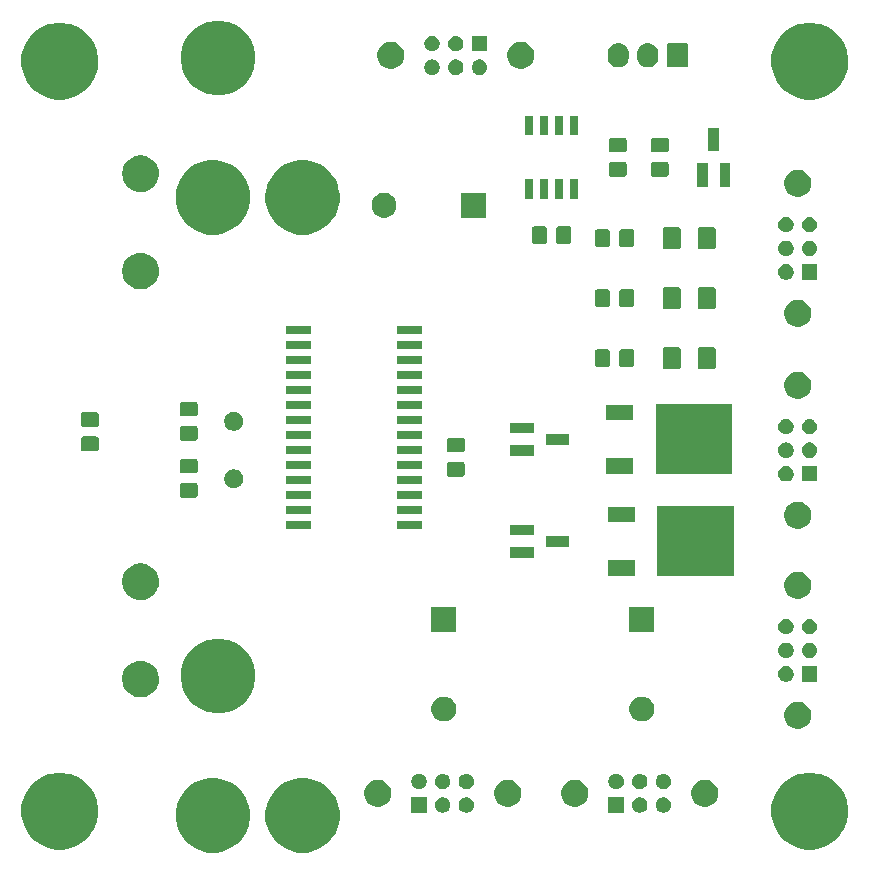
<source format=gts>
G04 #@! TF.GenerationSoftware,KiCad,Pcbnew,(5.0.1)-3*
G04 #@! TF.CreationDate,2020-01-21T11:58:44-05:00*
G04 #@! TF.ProjectId,recovery_CAN,7265636F766572795F43414E2E6B6963,rev?*
G04 #@! TF.SameCoordinates,Original*
G04 #@! TF.FileFunction,Soldermask,Top*
G04 #@! TF.FilePolarity,Negative*
%FSLAX46Y46*%
G04 Gerber Fmt 4.6, Leading zero omitted, Abs format (unit mm)*
G04 Created by KiCad (PCBNEW (5.0.1)-3) date 2020-01-21 11:58:44 AM*
%MOMM*%
%LPD*%
G01*
G04 APERTURE LIST*
%ADD10C,0.100000*%
G04 APERTURE END LIST*
D10*
G36*
X204157814Y-120730110D02*
X204362603Y-120770845D01*
X204935830Y-121008283D01*
X205451721Y-121352990D01*
X205890450Y-121791719D01*
X206235157Y-122307610D01*
X206462258Y-122855882D01*
X206472595Y-122880838D01*
X206593640Y-123489370D01*
X206593640Y-124109830D01*
X206512943Y-124515518D01*
X206472595Y-124718363D01*
X206235157Y-125291590D01*
X205890450Y-125807481D01*
X205451721Y-126246210D01*
X204935830Y-126590917D01*
X204362603Y-126828355D01*
X204159758Y-126868703D01*
X203754070Y-126949400D01*
X203133610Y-126949400D01*
X202727922Y-126868703D01*
X202525077Y-126828355D01*
X201951850Y-126590917D01*
X201435959Y-126246210D01*
X200997230Y-125807481D01*
X200652523Y-125291590D01*
X200415085Y-124718363D01*
X200374737Y-124515518D01*
X200294040Y-124109830D01*
X200294040Y-123489370D01*
X200415085Y-122880838D01*
X200425422Y-122855882D01*
X200652523Y-122307610D01*
X200997230Y-121791719D01*
X201435959Y-121352990D01*
X201951850Y-121008283D01*
X202525077Y-120770845D01*
X202729866Y-120730110D01*
X203133610Y-120649800D01*
X203754070Y-120649800D01*
X204157814Y-120730110D01*
X204157814Y-120730110D01*
G37*
G36*
X196558134Y-120730110D02*
X196762923Y-120770845D01*
X197336150Y-121008283D01*
X197852041Y-121352990D01*
X198290770Y-121791719D01*
X198635477Y-122307610D01*
X198862578Y-122855882D01*
X198872915Y-122880838D01*
X198993960Y-123489370D01*
X198993960Y-124109830D01*
X198913263Y-124515518D01*
X198872915Y-124718363D01*
X198635477Y-125291590D01*
X198290770Y-125807481D01*
X197852041Y-126246210D01*
X197336150Y-126590917D01*
X196762923Y-126828355D01*
X196560078Y-126868703D01*
X196154390Y-126949400D01*
X195533930Y-126949400D01*
X195128242Y-126868703D01*
X194925397Y-126828355D01*
X194352170Y-126590917D01*
X193836279Y-126246210D01*
X193397550Y-125807481D01*
X193052843Y-125291590D01*
X192815405Y-124718363D01*
X192775057Y-124515518D01*
X192694360Y-124109830D01*
X192694360Y-123489370D01*
X192815405Y-122880838D01*
X192825742Y-122855882D01*
X193052843Y-122307610D01*
X193397550Y-121791719D01*
X193836279Y-121352990D01*
X194352170Y-121008283D01*
X194925397Y-120770845D01*
X195130186Y-120730110D01*
X195533930Y-120649800D01*
X196154390Y-120649800D01*
X196558134Y-120730110D01*
X196558134Y-120730110D01*
G37*
G36*
X183514239Y-120255467D02*
X183828282Y-120317934D01*
X184419926Y-120563001D01*
X184924274Y-120899996D01*
X184952395Y-120918786D01*
X185405214Y-121371605D01*
X185405216Y-121371608D01*
X185760999Y-121904074D01*
X186006066Y-122495718D01*
X186037495Y-122653723D01*
X186128233Y-123109890D01*
X186131000Y-123123804D01*
X186131000Y-123764196D01*
X186006066Y-124392282D01*
X185760999Y-124983926D01*
X185555425Y-125291588D01*
X185405214Y-125516395D01*
X184952395Y-125969214D01*
X184952392Y-125969216D01*
X184419926Y-126324999D01*
X183828282Y-126570066D01*
X183514239Y-126632533D01*
X183200197Y-126695000D01*
X182559803Y-126695000D01*
X182245761Y-126632533D01*
X181931718Y-126570066D01*
X181340074Y-126324999D01*
X180807608Y-125969216D01*
X180807605Y-125969214D01*
X180354786Y-125516395D01*
X180204575Y-125291588D01*
X179999001Y-124983926D01*
X179753934Y-124392282D01*
X179629000Y-123764196D01*
X179629000Y-123123804D01*
X179631768Y-123109890D01*
X179722505Y-122653723D01*
X179753934Y-122495718D01*
X179999001Y-121904074D01*
X180354784Y-121371608D01*
X180354786Y-121371605D01*
X180807605Y-120918786D01*
X180835726Y-120899996D01*
X181340074Y-120563001D01*
X181931718Y-120317934D01*
X182245761Y-120255467D01*
X182559803Y-120193000D01*
X183200197Y-120193000D01*
X183514239Y-120255467D01*
X183514239Y-120255467D01*
G37*
G36*
X247014239Y-120255467D02*
X247328282Y-120317934D01*
X247919926Y-120563001D01*
X248424274Y-120899996D01*
X248452395Y-120918786D01*
X248905214Y-121371605D01*
X248905216Y-121371608D01*
X249260999Y-121904074D01*
X249506066Y-122495718D01*
X249537495Y-122653723D01*
X249628233Y-123109890D01*
X249631000Y-123123804D01*
X249631000Y-123764196D01*
X249506066Y-124392282D01*
X249260999Y-124983926D01*
X249055425Y-125291588D01*
X248905214Y-125516395D01*
X248452395Y-125969214D01*
X248452392Y-125969216D01*
X247919926Y-126324999D01*
X247328282Y-126570066D01*
X247014239Y-126632533D01*
X246700197Y-126695000D01*
X246059803Y-126695000D01*
X245745761Y-126632533D01*
X245431718Y-126570066D01*
X244840074Y-126324999D01*
X244307608Y-125969216D01*
X244307605Y-125969214D01*
X243854786Y-125516395D01*
X243704575Y-125291588D01*
X243499001Y-124983926D01*
X243253934Y-124392282D01*
X243129000Y-123764196D01*
X243129000Y-123123804D01*
X243131768Y-123109890D01*
X243222505Y-122653723D01*
X243253934Y-122495718D01*
X243499001Y-121904074D01*
X243854784Y-121371608D01*
X243854786Y-121371605D01*
X244307605Y-120918786D01*
X244335726Y-120899996D01*
X244840074Y-120563001D01*
X245431718Y-120317934D01*
X245745761Y-120255467D01*
X246059803Y-120193000D01*
X246700197Y-120193000D01*
X247014239Y-120255467D01*
X247014239Y-120255467D01*
G37*
G36*
X234179890Y-122294017D02*
X234298361Y-122343089D01*
X234404992Y-122414338D01*
X234495662Y-122505008D01*
X234566911Y-122611639D01*
X234615983Y-122730110D01*
X234641000Y-122855881D01*
X234641000Y-122984119D01*
X234615983Y-123109890D01*
X234566911Y-123228361D01*
X234495662Y-123334992D01*
X234404992Y-123425662D01*
X234298361Y-123496911D01*
X234179890Y-123545983D01*
X234054119Y-123571000D01*
X233925881Y-123571000D01*
X233800110Y-123545983D01*
X233681639Y-123496911D01*
X233575008Y-123425662D01*
X233484338Y-123334992D01*
X233413089Y-123228361D01*
X233364017Y-123109890D01*
X233339000Y-122984119D01*
X233339000Y-122855881D01*
X233364017Y-122730110D01*
X233413089Y-122611639D01*
X233484338Y-122505008D01*
X233575008Y-122414338D01*
X233681639Y-122343089D01*
X233800110Y-122294017D01*
X233925881Y-122269000D01*
X234054119Y-122269000D01*
X234179890Y-122294017D01*
X234179890Y-122294017D01*
G37*
G36*
X217493890Y-122294017D02*
X217612361Y-122343089D01*
X217718992Y-122414338D01*
X217809662Y-122505008D01*
X217880911Y-122611639D01*
X217929983Y-122730110D01*
X217955000Y-122855881D01*
X217955000Y-122984119D01*
X217929983Y-123109890D01*
X217880911Y-123228361D01*
X217809662Y-123334992D01*
X217718992Y-123425662D01*
X217612361Y-123496911D01*
X217493890Y-123545983D01*
X217368119Y-123571000D01*
X217239881Y-123571000D01*
X217114110Y-123545983D01*
X216995639Y-123496911D01*
X216889008Y-123425662D01*
X216798338Y-123334992D01*
X216727089Y-123228361D01*
X216678017Y-123109890D01*
X216653000Y-122984119D01*
X216653000Y-122855881D01*
X216678017Y-122730110D01*
X216727089Y-122611639D01*
X216798338Y-122505008D01*
X216889008Y-122414338D01*
X216995639Y-122343089D01*
X217114110Y-122294017D01*
X217239881Y-122269000D01*
X217368119Y-122269000D01*
X217493890Y-122294017D01*
X217493890Y-122294017D01*
G37*
G36*
X213955000Y-123571000D02*
X212653000Y-123571000D01*
X212653000Y-122269000D01*
X213955000Y-122269000D01*
X213955000Y-123571000D01*
X213955000Y-123571000D01*
G37*
G36*
X215493890Y-122294017D02*
X215612361Y-122343089D01*
X215718992Y-122414338D01*
X215809662Y-122505008D01*
X215880911Y-122611639D01*
X215929983Y-122730110D01*
X215955000Y-122855881D01*
X215955000Y-122984119D01*
X215929983Y-123109890D01*
X215880911Y-123228361D01*
X215809662Y-123334992D01*
X215718992Y-123425662D01*
X215612361Y-123496911D01*
X215493890Y-123545983D01*
X215368119Y-123571000D01*
X215239881Y-123571000D01*
X215114110Y-123545983D01*
X214995639Y-123496911D01*
X214889008Y-123425662D01*
X214798338Y-123334992D01*
X214727089Y-123228361D01*
X214678017Y-123109890D01*
X214653000Y-122984119D01*
X214653000Y-122855881D01*
X214678017Y-122730110D01*
X214727089Y-122611639D01*
X214798338Y-122505008D01*
X214889008Y-122414338D01*
X214995639Y-122343089D01*
X215114110Y-122294017D01*
X215239881Y-122269000D01*
X215368119Y-122269000D01*
X215493890Y-122294017D01*
X215493890Y-122294017D01*
G37*
G36*
X232179890Y-122294017D02*
X232298361Y-122343089D01*
X232404992Y-122414338D01*
X232495662Y-122505008D01*
X232566911Y-122611639D01*
X232615983Y-122730110D01*
X232641000Y-122855881D01*
X232641000Y-122984119D01*
X232615983Y-123109890D01*
X232566911Y-123228361D01*
X232495662Y-123334992D01*
X232404992Y-123425662D01*
X232298361Y-123496911D01*
X232179890Y-123545983D01*
X232054119Y-123571000D01*
X231925881Y-123571000D01*
X231800110Y-123545983D01*
X231681639Y-123496911D01*
X231575008Y-123425662D01*
X231484338Y-123334992D01*
X231413089Y-123228361D01*
X231364017Y-123109890D01*
X231339000Y-122984119D01*
X231339000Y-122855881D01*
X231364017Y-122730110D01*
X231413089Y-122611639D01*
X231484338Y-122505008D01*
X231575008Y-122414338D01*
X231681639Y-122343089D01*
X231800110Y-122294017D01*
X231925881Y-122269000D01*
X232054119Y-122269000D01*
X232179890Y-122294017D01*
X232179890Y-122294017D01*
G37*
G36*
X230641000Y-123571000D02*
X229339000Y-123571000D01*
X229339000Y-122269000D01*
X230641000Y-122269000D01*
X230641000Y-123571000D01*
X230641000Y-123571000D01*
G37*
G36*
X226825734Y-120813232D02*
X227035202Y-120899996D01*
X227223723Y-121025962D01*
X227384038Y-121186277D01*
X227510004Y-121374798D01*
X227596768Y-121584266D01*
X227641000Y-121806635D01*
X227641000Y-122033365D01*
X227596768Y-122255734D01*
X227510004Y-122465202D01*
X227384038Y-122653723D01*
X227223723Y-122814038D01*
X227035202Y-122940004D01*
X226825734Y-123026768D01*
X226603365Y-123071000D01*
X226376635Y-123071000D01*
X226154266Y-123026768D01*
X225944798Y-122940004D01*
X225756277Y-122814038D01*
X225595962Y-122653723D01*
X225469996Y-122465202D01*
X225383232Y-122255734D01*
X225339000Y-122033365D01*
X225339000Y-121806635D01*
X225383232Y-121584266D01*
X225469996Y-121374798D01*
X225595962Y-121186277D01*
X225756277Y-121025962D01*
X225944798Y-120899996D01*
X226154266Y-120813232D01*
X226376635Y-120769000D01*
X226603365Y-120769000D01*
X226825734Y-120813232D01*
X226825734Y-120813232D01*
G37*
G36*
X210139734Y-120813232D02*
X210349202Y-120899996D01*
X210537723Y-121025962D01*
X210698038Y-121186277D01*
X210824004Y-121374798D01*
X210910768Y-121584266D01*
X210955000Y-121806635D01*
X210955000Y-122033365D01*
X210910768Y-122255734D01*
X210824004Y-122465202D01*
X210698038Y-122653723D01*
X210537723Y-122814038D01*
X210349202Y-122940004D01*
X210139734Y-123026768D01*
X209917365Y-123071000D01*
X209690635Y-123071000D01*
X209468266Y-123026768D01*
X209258798Y-122940004D01*
X209070277Y-122814038D01*
X208909962Y-122653723D01*
X208783996Y-122465202D01*
X208697232Y-122255734D01*
X208653000Y-122033365D01*
X208653000Y-121806635D01*
X208697232Y-121584266D01*
X208783996Y-121374798D01*
X208909962Y-121186277D01*
X209070277Y-121025962D01*
X209258798Y-120899996D01*
X209468266Y-120813232D01*
X209690635Y-120769000D01*
X209917365Y-120769000D01*
X210139734Y-120813232D01*
X210139734Y-120813232D01*
G37*
G36*
X221139734Y-120813232D02*
X221349202Y-120899996D01*
X221537723Y-121025962D01*
X221698038Y-121186277D01*
X221824004Y-121374798D01*
X221910768Y-121584266D01*
X221955000Y-121806635D01*
X221955000Y-122033365D01*
X221910768Y-122255734D01*
X221824004Y-122465202D01*
X221698038Y-122653723D01*
X221537723Y-122814038D01*
X221349202Y-122940004D01*
X221139734Y-123026768D01*
X220917365Y-123071000D01*
X220690635Y-123071000D01*
X220468266Y-123026768D01*
X220258798Y-122940004D01*
X220070277Y-122814038D01*
X219909962Y-122653723D01*
X219783996Y-122465202D01*
X219697232Y-122255734D01*
X219653000Y-122033365D01*
X219653000Y-121806635D01*
X219697232Y-121584266D01*
X219783996Y-121374798D01*
X219909962Y-121186277D01*
X220070277Y-121025962D01*
X220258798Y-120899996D01*
X220468266Y-120813232D01*
X220690635Y-120769000D01*
X220917365Y-120769000D01*
X221139734Y-120813232D01*
X221139734Y-120813232D01*
G37*
G36*
X237825734Y-120813232D02*
X238035202Y-120899996D01*
X238223723Y-121025962D01*
X238384038Y-121186277D01*
X238510004Y-121374798D01*
X238596768Y-121584266D01*
X238641000Y-121806635D01*
X238641000Y-122033365D01*
X238596768Y-122255734D01*
X238510004Y-122465202D01*
X238384038Y-122653723D01*
X238223723Y-122814038D01*
X238035202Y-122940004D01*
X237825734Y-123026768D01*
X237603365Y-123071000D01*
X237376635Y-123071000D01*
X237154266Y-123026768D01*
X236944798Y-122940004D01*
X236756277Y-122814038D01*
X236595962Y-122653723D01*
X236469996Y-122465202D01*
X236383232Y-122255734D01*
X236339000Y-122033365D01*
X236339000Y-121806635D01*
X236383232Y-121584266D01*
X236469996Y-121374798D01*
X236595962Y-121186277D01*
X236756277Y-121025962D01*
X236944798Y-120899996D01*
X237154266Y-120813232D01*
X237376635Y-120769000D01*
X237603365Y-120769000D01*
X237825734Y-120813232D01*
X237825734Y-120813232D01*
G37*
G36*
X234179890Y-120294017D02*
X234298361Y-120343089D01*
X234404992Y-120414338D01*
X234495662Y-120505008D01*
X234566911Y-120611639D01*
X234615983Y-120730110D01*
X234641000Y-120855881D01*
X234641000Y-120984119D01*
X234615983Y-121109890D01*
X234566911Y-121228361D01*
X234495662Y-121334992D01*
X234404992Y-121425662D01*
X234298361Y-121496911D01*
X234179890Y-121545983D01*
X234054119Y-121571000D01*
X233925881Y-121571000D01*
X233800110Y-121545983D01*
X233681639Y-121496911D01*
X233575008Y-121425662D01*
X233484338Y-121334992D01*
X233413089Y-121228361D01*
X233364017Y-121109890D01*
X233339000Y-120984119D01*
X233339000Y-120855881D01*
X233364017Y-120730110D01*
X233413089Y-120611639D01*
X233484338Y-120505008D01*
X233575008Y-120414338D01*
X233681639Y-120343089D01*
X233800110Y-120294017D01*
X233925881Y-120269000D01*
X234054119Y-120269000D01*
X234179890Y-120294017D01*
X234179890Y-120294017D01*
G37*
G36*
X215493890Y-120294017D02*
X215612361Y-120343089D01*
X215718992Y-120414338D01*
X215809662Y-120505008D01*
X215880911Y-120611639D01*
X215929983Y-120730110D01*
X215955000Y-120855881D01*
X215955000Y-120984119D01*
X215929983Y-121109890D01*
X215880911Y-121228361D01*
X215809662Y-121334992D01*
X215718992Y-121425662D01*
X215612361Y-121496911D01*
X215493890Y-121545983D01*
X215368119Y-121571000D01*
X215239881Y-121571000D01*
X215114110Y-121545983D01*
X214995639Y-121496911D01*
X214889008Y-121425662D01*
X214798338Y-121334992D01*
X214727089Y-121228361D01*
X214678017Y-121109890D01*
X214653000Y-120984119D01*
X214653000Y-120855881D01*
X214678017Y-120730110D01*
X214727089Y-120611639D01*
X214798338Y-120505008D01*
X214889008Y-120414338D01*
X214995639Y-120343089D01*
X215114110Y-120294017D01*
X215239881Y-120269000D01*
X215368119Y-120269000D01*
X215493890Y-120294017D01*
X215493890Y-120294017D01*
G37*
G36*
X232179890Y-120294017D02*
X232298361Y-120343089D01*
X232404992Y-120414338D01*
X232495662Y-120505008D01*
X232566911Y-120611639D01*
X232615983Y-120730110D01*
X232641000Y-120855881D01*
X232641000Y-120984119D01*
X232615983Y-121109890D01*
X232566911Y-121228361D01*
X232495662Y-121334992D01*
X232404992Y-121425662D01*
X232298361Y-121496911D01*
X232179890Y-121545983D01*
X232054119Y-121571000D01*
X231925881Y-121571000D01*
X231800110Y-121545983D01*
X231681639Y-121496911D01*
X231575008Y-121425662D01*
X231484338Y-121334992D01*
X231413089Y-121228361D01*
X231364017Y-121109890D01*
X231339000Y-120984119D01*
X231339000Y-120855881D01*
X231364017Y-120730110D01*
X231413089Y-120611639D01*
X231484338Y-120505008D01*
X231575008Y-120414338D01*
X231681639Y-120343089D01*
X231800110Y-120294017D01*
X231925881Y-120269000D01*
X232054119Y-120269000D01*
X232179890Y-120294017D01*
X232179890Y-120294017D01*
G37*
G36*
X230179890Y-120294017D02*
X230298361Y-120343089D01*
X230404992Y-120414338D01*
X230495662Y-120505008D01*
X230566911Y-120611639D01*
X230615983Y-120730110D01*
X230641000Y-120855881D01*
X230641000Y-120984119D01*
X230615983Y-121109890D01*
X230566911Y-121228361D01*
X230495662Y-121334992D01*
X230404992Y-121425662D01*
X230298361Y-121496911D01*
X230179890Y-121545983D01*
X230054119Y-121571000D01*
X229925881Y-121571000D01*
X229800110Y-121545983D01*
X229681639Y-121496911D01*
X229575008Y-121425662D01*
X229484338Y-121334992D01*
X229413089Y-121228361D01*
X229364017Y-121109890D01*
X229339000Y-120984119D01*
X229339000Y-120855881D01*
X229364017Y-120730110D01*
X229413089Y-120611639D01*
X229484338Y-120505008D01*
X229575008Y-120414338D01*
X229681639Y-120343089D01*
X229800110Y-120294017D01*
X229925881Y-120269000D01*
X230054119Y-120269000D01*
X230179890Y-120294017D01*
X230179890Y-120294017D01*
G37*
G36*
X217493890Y-120294017D02*
X217612361Y-120343089D01*
X217718992Y-120414338D01*
X217809662Y-120505008D01*
X217880911Y-120611639D01*
X217929983Y-120730110D01*
X217955000Y-120855881D01*
X217955000Y-120984119D01*
X217929983Y-121109890D01*
X217880911Y-121228361D01*
X217809662Y-121334992D01*
X217718992Y-121425662D01*
X217612361Y-121496911D01*
X217493890Y-121545983D01*
X217368119Y-121571000D01*
X217239881Y-121571000D01*
X217114110Y-121545983D01*
X216995639Y-121496911D01*
X216889008Y-121425662D01*
X216798338Y-121334992D01*
X216727089Y-121228361D01*
X216678017Y-121109890D01*
X216653000Y-120984119D01*
X216653000Y-120855881D01*
X216678017Y-120730110D01*
X216727089Y-120611639D01*
X216798338Y-120505008D01*
X216889008Y-120414338D01*
X216995639Y-120343089D01*
X217114110Y-120294017D01*
X217239881Y-120269000D01*
X217368119Y-120269000D01*
X217493890Y-120294017D01*
X217493890Y-120294017D01*
G37*
G36*
X213493890Y-120294017D02*
X213612361Y-120343089D01*
X213718992Y-120414338D01*
X213809662Y-120505008D01*
X213880911Y-120611639D01*
X213929983Y-120730110D01*
X213955000Y-120855881D01*
X213955000Y-120984119D01*
X213929983Y-121109890D01*
X213880911Y-121228361D01*
X213809662Y-121334992D01*
X213718992Y-121425662D01*
X213612361Y-121496911D01*
X213493890Y-121545983D01*
X213368119Y-121571000D01*
X213239881Y-121571000D01*
X213114110Y-121545983D01*
X212995639Y-121496911D01*
X212889008Y-121425662D01*
X212798338Y-121334992D01*
X212727089Y-121228361D01*
X212678017Y-121109890D01*
X212653000Y-120984119D01*
X212653000Y-120855881D01*
X212678017Y-120730110D01*
X212727089Y-120611639D01*
X212798338Y-120505008D01*
X212889008Y-120414338D01*
X212995639Y-120343089D01*
X213114110Y-120294017D01*
X213239881Y-120269000D01*
X213368119Y-120269000D01*
X213493890Y-120294017D01*
X213493890Y-120294017D01*
G37*
G36*
X245699734Y-114209232D02*
X245909202Y-114295996D01*
X246097723Y-114421962D01*
X246258038Y-114582277D01*
X246384004Y-114770798D01*
X246470768Y-114980266D01*
X246515000Y-115202635D01*
X246515000Y-115429365D01*
X246470768Y-115651734D01*
X246384004Y-115861202D01*
X246258038Y-116049723D01*
X246097723Y-116210038D01*
X245909202Y-116336004D01*
X245699734Y-116422768D01*
X245477365Y-116467000D01*
X245250635Y-116467000D01*
X245028266Y-116422768D01*
X244818798Y-116336004D01*
X244630277Y-116210038D01*
X244469962Y-116049723D01*
X244343996Y-115861202D01*
X244257232Y-115651734D01*
X244213000Y-115429365D01*
X244213000Y-115202635D01*
X244257232Y-114980266D01*
X244343996Y-114770798D01*
X244469962Y-114582277D01*
X244630277Y-114421962D01*
X244818798Y-114295996D01*
X245028266Y-114209232D01*
X245250635Y-114165000D01*
X245477365Y-114165000D01*
X245699734Y-114209232D01*
X245699734Y-114209232D01*
G37*
G36*
X232462565Y-113777389D02*
X232653834Y-113856615D01*
X232825976Y-113971637D01*
X232972363Y-114118024D01*
X233087385Y-114290166D01*
X233166611Y-114481435D01*
X233207000Y-114684484D01*
X233207000Y-114891516D01*
X233166611Y-115094565D01*
X233087385Y-115285834D01*
X232972363Y-115457976D01*
X232825976Y-115604363D01*
X232653834Y-115719385D01*
X232462565Y-115798611D01*
X232259516Y-115839000D01*
X232052484Y-115839000D01*
X231849435Y-115798611D01*
X231658166Y-115719385D01*
X231486024Y-115604363D01*
X231339637Y-115457976D01*
X231224615Y-115285834D01*
X231145389Y-115094565D01*
X231105000Y-114891516D01*
X231105000Y-114684484D01*
X231145389Y-114481435D01*
X231224615Y-114290166D01*
X231339637Y-114118024D01*
X231486024Y-113971637D01*
X231658166Y-113856615D01*
X231849435Y-113777389D01*
X232052484Y-113737000D01*
X232259516Y-113737000D01*
X232462565Y-113777389D01*
X232462565Y-113777389D01*
G37*
G36*
X215698565Y-113777389D02*
X215889834Y-113856615D01*
X216061976Y-113971637D01*
X216208363Y-114118024D01*
X216323385Y-114290166D01*
X216402611Y-114481435D01*
X216443000Y-114684484D01*
X216443000Y-114891516D01*
X216402611Y-115094565D01*
X216323385Y-115285834D01*
X216208363Y-115457976D01*
X216061976Y-115604363D01*
X215889834Y-115719385D01*
X215698565Y-115798611D01*
X215495516Y-115839000D01*
X215288484Y-115839000D01*
X215085435Y-115798611D01*
X214894166Y-115719385D01*
X214722024Y-115604363D01*
X214575637Y-115457976D01*
X214460615Y-115285834D01*
X214381389Y-115094565D01*
X214341000Y-114891516D01*
X214341000Y-114684484D01*
X214381389Y-114481435D01*
X214460615Y-114290166D01*
X214575637Y-114118024D01*
X214722024Y-113971637D01*
X214894166Y-113856615D01*
X215085435Y-113777389D01*
X215288484Y-113737000D01*
X215495516Y-113737000D01*
X215698565Y-113777389D01*
X215698565Y-113777389D01*
G37*
G36*
X197009658Y-108929657D02*
X197212503Y-108970005D01*
X197785730Y-109207443D01*
X198301621Y-109552150D01*
X198740350Y-109990879D01*
X199085057Y-110506770D01*
X199315563Y-111063262D01*
X199322495Y-111079998D01*
X199443540Y-111688530D01*
X199443540Y-112308990D01*
X199362843Y-112714678D01*
X199322495Y-112917523D01*
X199085057Y-113490750D01*
X198740350Y-114006641D01*
X198301621Y-114445370D01*
X197785730Y-114790077D01*
X197212503Y-115027515D01*
X197009658Y-115067863D01*
X196603970Y-115148560D01*
X195983510Y-115148560D01*
X195577822Y-115067863D01*
X195374977Y-115027515D01*
X194801750Y-114790077D01*
X194285859Y-114445370D01*
X193847130Y-114006641D01*
X193502423Y-113490750D01*
X193264985Y-112917523D01*
X193224637Y-112714678D01*
X193143940Y-112308990D01*
X193143940Y-111688530D01*
X193264985Y-111079998D01*
X193271917Y-111063262D01*
X193502423Y-110506770D01*
X193847130Y-109990879D01*
X194285859Y-109552150D01*
X194801750Y-109207443D01*
X195374977Y-108970005D01*
X195577822Y-108929657D01*
X195983510Y-108848960D01*
X196603970Y-108848960D01*
X197009658Y-108929657D01*
X197009658Y-108929657D01*
G37*
G36*
X190090527Y-110756736D02*
X190190410Y-110776604D01*
X190472674Y-110893521D01*
X190726705Y-111063259D01*
X190942741Y-111279295D01*
X191112479Y-111533326D01*
X191203007Y-111751882D01*
X191229396Y-111815591D01*
X191289000Y-112115238D01*
X191289000Y-112420762D01*
X191249264Y-112620527D01*
X191229396Y-112720410D01*
X191112479Y-113002674D01*
X190942741Y-113256705D01*
X190726705Y-113472741D01*
X190472674Y-113642479D01*
X190190410Y-113759396D01*
X190099953Y-113777389D01*
X189890762Y-113819000D01*
X189585238Y-113819000D01*
X189376047Y-113777389D01*
X189285590Y-113759396D01*
X189003326Y-113642479D01*
X188749295Y-113472741D01*
X188533259Y-113256705D01*
X188363521Y-113002674D01*
X188246604Y-112720410D01*
X188226736Y-112620527D01*
X188187000Y-112420762D01*
X188187000Y-112115238D01*
X188246604Y-111815591D01*
X188272993Y-111751882D01*
X188363521Y-111533326D01*
X188533259Y-111279295D01*
X188749295Y-111063259D01*
X189003326Y-110893521D01*
X189285590Y-110776604D01*
X189385473Y-110756736D01*
X189585238Y-110717000D01*
X189890762Y-110717000D01*
X190090527Y-110756736D01*
X190090527Y-110756736D01*
G37*
G36*
X244553890Y-111190017D02*
X244672361Y-111239089D01*
X244778992Y-111310338D01*
X244869662Y-111401008D01*
X244940911Y-111507639D01*
X244989983Y-111626110D01*
X245015000Y-111751881D01*
X245015000Y-111880119D01*
X244989983Y-112005890D01*
X244940911Y-112124361D01*
X244869662Y-112230992D01*
X244778992Y-112321662D01*
X244672361Y-112392911D01*
X244553890Y-112441983D01*
X244428119Y-112467000D01*
X244299881Y-112467000D01*
X244174110Y-112441983D01*
X244055639Y-112392911D01*
X243949008Y-112321662D01*
X243858338Y-112230992D01*
X243787089Y-112124361D01*
X243738017Y-112005890D01*
X243713000Y-111880119D01*
X243713000Y-111751881D01*
X243738017Y-111626110D01*
X243787089Y-111507639D01*
X243858338Y-111401008D01*
X243949008Y-111310338D01*
X244055639Y-111239089D01*
X244174110Y-111190017D01*
X244299881Y-111165000D01*
X244428119Y-111165000D01*
X244553890Y-111190017D01*
X244553890Y-111190017D01*
G37*
G36*
X247015000Y-112467000D02*
X245713000Y-112467000D01*
X245713000Y-111165000D01*
X247015000Y-111165000D01*
X247015000Y-112467000D01*
X247015000Y-112467000D01*
G37*
G36*
X246553890Y-109190017D02*
X246672361Y-109239089D01*
X246778992Y-109310338D01*
X246869662Y-109401008D01*
X246940911Y-109507639D01*
X246989983Y-109626110D01*
X247015000Y-109751881D01*
X247015000Y-109880119D01*
X246989983Y-110005890D01*
X246940911Y-110124361D01*
X246869662Y-110230992D01*
X246778992Y-110321662D01*
X246672361Y-110392911D01*
X246553890Y-110441983D01*
X246428119Y-110467000D01*
X246299881Y-110467000D01*
X246174110Y-110441983D01*
X246055639Y-110392911D01*
X245949008Y-110321662D01*
X245858338Y-110230992D01*
X245787089Y-110124361D01*
X245738017Y-110005890D01*
X245713000Y-109880119D01*
X245713000Y-109751881D01*
X245738017Y-109626110D01*
X245787089Y-109507639D01*
X245858338Y-109401008D01*
X245949008Y-109310338D01*
X246055639Y-109239089D01*
X246174110Y-109190017D01*
X246299881Y-109165000D01*
X246428119Y-109165000D01*
X246553890Y-109190017D01*
X246553890Y-109190017D01*
G37*
G36*
X244553890Y-109190017D02*
X244672361Y-109239089D01*
X244778992Y-109310338D01*
X244869662Y-109401008D01*
X244940911Y-109507639D01*
X244989983Y-109626110D01*
X245015000Y-109751881D01*
X245015000Y-109880119D01*
X244989983Y-110005890D01*
X244940911Y-110124361D01*
X244869662Y-110230992D01*
X244778992Y-110321662D01*
X244672361Y-110392911D01*
X244553890Y-110441983D01*
X244428119Y-110467000D01*
X244299881Y-110467000D01*
X244174110Y-110441983D01*
X244055639Y-110392911D01*
X243949008Y-110321662D01*
X243858338Y-110230992D01*
X243787089Y-110124361D01*
X243738017Y-110005890D01*
X243713000Y-109880119D01*
X243713000Y-109751881D01*
X243738017Y-109626110D01*
X243787089Y-109507639D01*
X243858338Y-109401008D01*
X243949008Y-109310338D01*
X244055639Y-109239089D01*
X244174110Y-109190017D01*
X244299881Y-109165000D01*
X244428119Y-109165000D01*
X244553890Y-109190017D01*
X244553890Y-109190017D01*
G37*
G36*
X244553890Y-107190017D02*
X244672361Y-107239089D01*
X244778992Y-107310338D01*
X244869662Y-107401008D01*
X244940911Y-107507639D01*
X244989983Y-107626110D01*
X245015000Y-107751881D01*
X245015000Y-107880119D01*
X244989983Y-108005890D01*
X244940911Y-108124361D01*
X244869662Y-108230992D01*
X244778992Y-108321662D01*
X244672361Y-108392911D01*
X244553890Y-108441983D01*
X244428119Y-108467000D01*
X244299881Y-108467000D01*
X244174110Y-108441983D01*
X244055639Y-108392911D01*
X243949008Y-108321662D01*
X243858338Y-108230992D01*
X243787089Y-108124361D01*
X243738017Y-108005890D01*
X243713000Y-107880119D01*
X243713000Y-107751881D01*
X243738017Y-107626110D01*
X243787089Y-107507639D01*
X243858338Y-107401008D01*
X243949008Y-107310338D01*
X244055639Y-107239089D01*
X244174110Y-107190017D01*
X244299881Y-107165000D01*
X244428119Y-107165000D01*
X244553890Y-107190017D01*
X244553890Y-107190017D01*
G37*
G36*
X246553890Y-107190017D02*
X246672361Y-107239089D01*
X246778992Y-107310338D01*
X246869662Y-107401008D01*
X246940911Y-107507639D01*
X246989983Y-107626110D01*
X247015000Y-107751881D01*
X247015000Y-107880119D01*
X246989983Y-108005890D01*
X246940911Y-108124361D01*
X246869662Y-108230992D01*
X246778992Y-108321662D01*
X246672361Y-108392911D01*
X246553890Y-108441983D01*
X246428119Y-108467000D01*
X246299881Y-108467000D01*
X246174110Y-108441983D01*
X246055639Y-108392911D01*
X245949008Y-108321662D01*
X245858338Y-108230992D01*
X245787089Y-108124361D01*
X245738017Y-108005890D01*
X245713000Y-107880119D01*
X245713000Y-107751881D01*
X245738017Y-107626110D01*
X245787089Y-107507639D01*
X245858338Y-107401008D01*
X245949008Y-107310338D01*
X246055639Y-107239089D01*
X246174110Y-107190017D01*
X246299881Y-107165000D01*
X246428119Y-107165000D01*
X246553890Y-107190017D01*
X246553890Y-107190017D01*
G37*
G36*
X216443000Y-108239000D02*
X214341000Y-108239000D01*
X214341000Y-106137000D01*
X216443000Y-106137000D01*
X216443000Y-108239000D01*
X216443000Y-108239000D01*
G37*
G36*
X233207000Y-108239000D02*
X231105000Y-108239000D01*
X231105000Y-106137000D01*
X233207000Y-106137000D01*
X233207000Y-108239000D01*
X233207000Y-108239000D01*
G37*
G36*
X190090527Y-102506736D02*
X190190410Y-102526604D01*
X190472674Y-102643521D01*
X190726705Y-102813259D01*
X190942741Y-103029295D01*
X191112479Y-103283326D01*
X191208441Y-103515000D01*
X191229396Y-103565591D01*
X191289000Y-103865238D01*
X191289000Y-104170762D01*
X191249264Y-104370527D01*
X191229396Y-104470410D01*
X191112479Y-104752674D01*
X190942741Y-105006705D01*
X190726705Y-105222741D01*
X190472674Y-105392479D01*
X190190410Y-105509396D01*
X190090527Y-105529264D01*
X189890762Y-105569000D01*
X189585238Y-105569000D01*
X189385473Y-105529264D01*
X189285590Y-105509396D01*
X189003326Y-105392479D01*
X188749295Y-105222741D01*
X188533259Y-105006705D01*
X188363521Y-104752674D01*
X188246604Y-104470410D01*
X188226736Y-104370527D01*
X188187000Y-104170762D01*
X188187000Y-103865238D01*
X188246604Y-103565591D01*
X188267559Y-103515000D01*
X188363521Y-103283326D01*
X188533259Y-103029295D01*
X188749295Y-102813259D01*
X189003326Y-102643521D01*
X189285590Y-102526604D01*
X189385473Y-102506736D01*
X189585238Y-102467000D01*
X189890762Y-102467000D01*
X190090527Y-102506736D01*
X190090527Y-102506736D01*
G37*
G36*
X245699734Y-103209232D02*
X245909202Y-103295996D01*
X246097723Y-103421962D01*
X246258038Y-103582277D01*
X246384004Y-103770798D01*
X246470768Y-103980266D01*
X246515000Y-104202635D01*
X246515000Y-104429365D01*
X246470768Y-104651734D01*
X246384004Y-104861202D01*
X246258038Y-105049723D01*
X246097723Y-105210038D01*
X245909202Y-105336004D01*
X245699734Y-105422768D01*
X245477365Y-105467000D01*
X245250635Y-105467000D01*
X245028266Y-105422768D01*
X244818798Y-105336004D01*
X244630277Y-105210038D01*
X244469962Y-105049723D01*
X244343996Y-104861202D01*
X244257232Y-104651734D01*
X244213000Y-104429365D01*
X244213000Y-104202635D01*
X244257232Y-103980266D01*
X244343996Y-103770798D01*
X244469962Y-103582277D01*
X244630277Y-103421962D01*
X244818798Y-103295996D01*
X245028266Y-103209232D01*
X245250635Y-103165000D01*
X245477365Y-103165000D01*
X245699734Y-103209232D01*
X245699734Y-103209232D01*
G37*
G36*
X239979000Y-103535000D02*
X233477000Y-103535000D01*
X233477000Y-97633000D01*
X239979000Y-97633000D01*
X239979000Y-103535000D01*
X239979000Y-103535000D01*
G37*
G36*
X231579000Y-103515000D02*
X229277000Y-103515000D01*
X229277000Y-102213000D01*
X231579000Y-102213000D01*
X231579000Y-103515000D01*
X231579000Y-103515000D01*
G37*
G36*
X223021000Y-101985000D02*
X221019000Y-101985000D01*
X221019000Y-101083000D01*
X223021000Y-101083000D01*
X223021000Y-101985000D01*
X223021000Y-101985000D01*
G37*
G36*
X226021000Y-101035000D02*
X224019000Y-101035000D01*
X224019000Y-100133000D01*
X226021000Y-100133000D01*
X226021000Y-101035000D01*
X226021000Y-101035000D01*
G37*
G36*
X223021000Y-100085000D02*
X221019000Y-100085000D01*
X221019000Y-99183000D01*
X223021000Y-99183000D01*
X223021000Y-100085000D01*
X223021000Y-100085000D01*
G37*
G36*
X204123000Y-99538000D02*
X202021000Y-99538000D01*
X202021000Y-98836000D01*
X204123000Y-98836000D01*
X204123000Y-99538000D01*
X204123000Y-99538000D01*
G37*
G36*
X213523000Y-99538000D02*
X211421000Y-99538000D01*
X211421000Y-98836000D01*
X213523000Y-98836000D01*
X213523000Y-99538000D01*
X213523000Y-99538000D01*
G37*
G36*
X245699734Y-97269232D02*
X245909202Y-97355996D01*
X246097723Y-97481962D01*
X246258038Y-97642277D01*
X246384004Y-97830798D01*
X246470768Y-98040266D01*
X246515000Y-98262635D01*
X246515000Y-98489365D01*
X246470768Y-98711734D01*
X246384004Y-98921202D01*
X246258038Y-99109723D01*
X246097723Y-99270038D01*
X245909202Y-99396004D01*
X245699734Y-99482768D01*
X245477365Y-99527000D01*
X245250635Y-99527000D01*
X245028266Y-99482768D01*
X244818798Y-99396004D01*
X244630277Y-99270038D01*
X244469962Y-99109723D01*
X244343996Y-98921202D01*
X244257232Y-98711734D01*
X244213000Y-98489365D01*
X244213000Y-98262635D01*
X244257232Y-98040266D01*
X244343996Y-97830798D01*
X244469962Y-97642277D01*
X244630277Y-97481962D01*
X244818798Y-97355996D01*
X245028266Y-97269232D01*
X245250635Y-97225000D01*
X245477365Y-97225000D01*
X245699734Y-97269232D01*
X245699734Y-97269232D01*
G37*
G36*
X231579000Y-98955000D02*
X229277000Y-98955000D01*
X229277000Y-97653000D01*
X231579000Y-97653000D01*
X231579000Y-98955000D01*
X231579000Y-98955000D01*
G37*
G36*
X213523000Y-98268000D02*
X211421000Y-98268000D01*
X211421000Y-97566000D01*
X213523000Y-97566000D01*
X213523000Y-98268000D01*
X213523000Y-98268000D01*
G37*
G36*
X204123000Y-98268000D02*
X202021000Y-98268000D01*
X202021000Y-97566000D01*
X204123000Y-97566000D01*
X204123000Y-98268000D01*
X204123000Y-98268000D01*
G37*
G36*
X213523000Y-96998000D02*
X211421000Y-96998000D01*
X211421000Y-96296000D01*
X213523000Y-96296000D01*
X213523000Y-96998000D01*
X213523000Y-96998000D01*
G37*
G36*
X204123000Y-96998000D02*
X202021000Y-96998000D01*
X202021000Y-96296000D01*
X204123000Y-96296000D01*
X204123000Y-96998000D01*
X204123000Y-96998000D01*
G37*
G36*
X194390677Y-95653465D02*
X194428364Y-95664898D01*
X194463103Y-95683466D01*
X194493548Y-95708452D01*
X194518534Y-95738897D01*
X194537102Y-95773636D01*
X194548535Y-95811323D01*
X194553000Y-95856661D01*
X194553000Y-96693339D01*
X194548535Y-96738677D01*
X194537102Y-96776364D01*
X194518534Y-96811103D01*
X194493548Y-96841548D01*
X194463103Y-96866534D01*
X194428364Y-96885102D01*
X194390677Y-96896535D01*
X194345339Y-96901000D01*
X193258661Y-96901000D01*
X193213323Y-96896535D01*
X193175636Y-96885102D01*
X193140897Y-96866534D01*
X193110452Y-96841548D01*
X193085466Y-96811103D01*
X193066898Y-96776364D01*
X193055465Y-96738677D01*
X193051000Y-96693339D01*
X193051000Y-95856661D01*
X193055465Y-95811323D01*
X193066898Y-95773636D01*
X193085466Y-95738897D01*
X193110452Y-95708452D01*
X193140897Y-95683466D01*
X193175636Y-95664898D01*
X193213323Y-95653465D01*
X193258661Y-95649000D01*
X194345339Y-95649000D01*
X194390677Y-95653465D01*
X194390677Y-95653465D01*
G37*
G36*
X197845643Y-94533781D02*
X197991415Y-94594162D01*
X198122611Y-94681824D01*
X198234176Y-94793389D01*
X198321838Y-94924585D01*
X198382219Y-95070357D01*
X198413000Y-95225107D01*
X198413000Y-95382893D01*
X198382219Y-95537643D01*
X198321838Y-95683415D01*
X198234176Y-95814611D01*
X198122611Y-95926176D01*
X197991415Y-96013838D01*
X197845643Y-96074219D01*
X197690893Y-96105000D01*
X197533107Y-96105000D01*
X197378357Y-96074219D01*
X197232585Y-96013838D01*
X197101389Y-95926176D01*
X196989824Y-95814611D01*
X196902162Y-95683415D01*
X196841781Y-95537643D01*
X196811000Y-95382893D01*
X196811000Y-95225107D01*
X196841781Y-95070357D01*
X196902162Y-94924585D01*
X196989824Y-94793389D01*
X197101389Y-94681824D01*
X197232585Y-94594162D01*
X197378357Y-94533781D01*
X197533107Y-94503000D01*
X197690893Y-94503000D01*
X197845643Y-94533781D01*
X197845643Y-94533781D01*
G37*
G36*
X213523000Y-95728000D02*
X211421000Y-95728000D01*
X211421000Y-95026000D01*
X213523000Y-95026000D01*
X213523000Y-95728000D01*
X213523000Y-95728000D01*
G37*
G36*
X204123000Y-95728000D02*
X202021000Y-95728000D01*
X202021000Y-95026000D01*
X204123000Y-95026000D01*
X204123000Y-95728000D01*
X204123000Y-95728000D01*
G37*
G36*
X244553890Y-94250017D02*
X244672361Y-94299089D01*
X244778992Y-94370338D01*
X244869662Y-94461008D01*
X244869664Y-94461011D01*
X244869665Y-94461012D01*
X244918288Y-94533781D01*
X244940911Y-94567639D01*
X244989983Y-94686110D01*
X245015000Y-94811881D01*
X245015000Y-94940119D01*
X244989983Y-95065890D01*
X244940911Y-95184361D01*
X244869662Y-95290992D01*
X244778992Y-95381662D01*
X244778989Y-95381664D01*
X244778988Y-95381665D01*
X244777150Y-95382893D01*
X244672361Y-95452911D01*
X244553890Y-95501983D01*
X244428119Y-95527000D01*
X244299881Y-95527000D01*
X244174110Y-95501983D01*
X244055639Y-95452911D01*
X243950850Y-95382893D01*
X243949012Y-95381665D01*
X243949011Y-95381664D01*
X243949008Y-95381662D01*
X243858338Y-95290992D01*
X243787089Y-95184361D01*
X243738017Y-95065890D01*
X243713000Y-94940119D01*
X243713000Y-94811881D01*
X243738017Y-94686110D01*
X243787089Y-94567639D01*
X243809712Y-94533781D01*
X243858335Y-94461012D01*
X243858336Y-94461011D01*
X243858338Y-94461008D01*
X243949008Y-94370338D01*
X244055639Y-94299089D01*
X244174110Y-94250017D01*
X244299881Y-94225000D01*
X244428119Y-94225000D01*
X244553890Y-94250017D01*
X244553890Y-94250017D01*
G37*
G36*
X247015000Y-95527000D02*
X245713000Y-95527000D01*
X245713000Y-94225000D01*
X247015000Y-94225000D01*
X247015000Y-95527000D01*
X247015000Y-95527000D01*
G37*
G36*
X216996677Y-93866465D02*
X217034364Y-93877898D01*
X217069103Y-93896466D01*
X217099548Y-93921452D01*
X217124534Y-93951897D01*
X217143102Y-93986636D01*
X217154535Y-94024323D01*
X217159000Y-94069661D01*
X217159000Y-94906339D01*
X217154535Y-94951677D01*
X217143102Y-94989364D01*
X217124534Y-95024103D01*
X217099548Y-95054548D01*
X217069103Y-95079534D01*
X217034364Y-95098102D01*
X216996677Y-95109535D01*
X216951339Y-95114000D01*
X215864661Y-95114000D01*
X215819323Y-95109535D01*
X215781636Y-95098102D01*
X215746897Y-95079534D01*
X215716452Y-95054548D01*
X215691466Y-95024103D01*
X215672898Y-94989364D01*
X215661465Y-94951677D01*
X215657000Y-94906339D01*
X215657000Y-94069661D01*
X215661465Y-94024323D01*
X215672898Y-93986636D01*
X215691466Y-93951897D01*
X215716452Y-93921452D01*
X215746897Y-93896466D01*
X215781636Y-93877898D01*
X215819323Y-93866465D01*
X215864661Y-93862000D01*
X216951339Y-93862000D01*
X216996677Y-93866465D01*
X216996677Y-93866465D01*
G37*
G36*
X239828000Y-94900000D02*
X233326000Y-94900000D01*
X233326000Y-88998000D01*
X239828000Y-88998000D01*
X239828000Y-94900000D01*
X239828000Y-94900000D01*
G37*
G36*
X231428000Y-94880000D02*
X229126000Y-94880000D01*
X229126000Y-93578000D01*
X231428000Y-93578000D01*
X231428000Y-94880000D01*
X231428000Y-94880000D01*
G37*
G36*
X194390677Y-93603465D02*
X194428364Y-93614898D01*
X194463103Y-93633466D01*
X194493548Y-93658452D01*
X194518534Y-93688897D01*
X194537102Y-93723636D01*
X194548535Y-93761323D01*
X194553000Y-93806661D01*
X194553000Y-94643339D01*
X194548535Y-94688677D01*
X194537102Y-94726364D01*
X194518534Y-94761103D01*
X194493548Y-94791548D01*
X194463103Y-94816534D01*
X194428364Y-94835102D01*
X194390677Y-94846535D01*
X194345339Y-94851000D01*
X193258661Y-94851000D01*
X193213323Y-94846535D01*
X193175636Y-94835102D01*
X193140897Y-94816534D01*
X193110452Y-94791548D01*
X193085466Y-94761103D01*
X193066898Y-94726364D01*
X193055465Y-94688677D01*
X193051000Y-94643339D01*
X193051000Y-93806661D01*
X193055465Y-93761323D01*
X193066898Y-93723636D01*
X193085466Y-93688897D01*
X193110452Y-93658452D01*
X193140897Y-93633466D01*
X193175636Y-93614898D01*
X193213323Y-93603465D01*
X193258661Y-93599000D01*
X194345339Y-93599000D01*
X194390677Y-93603465D01*
X194390677Y-93603465D01*
G37*
G36*
X213523000Y-94458000D02*
X211421000Y-94458000D01*
X211421000Y-93756000D01*
X213523000Y-93756000D01*
X213523000Y-94458000D01*
X213523000Y-94458000D01*
G37*
G36*
X204123000Y-94458000D02*
X202021000Y-94458000D01*
X202021000Y-93756000D01*
X204123000Y-93756000D01*
X204123000Y-94458000D01*
X204123000Y-94458000D01*
G37*
G36*
X244553890Y-92250017D02*
X244672361Y-92299089D01*
X244778992Y-92370338D01*
X244869662Y-92461008D01*
X244940911Y-92567639D01*
X244989983Y-92686110D01*
X245015000Y-92811881D01*
X245015000Y-92940119D01*
X244989983Y-93065890D01*
X244940911Y-93184361D01*
X244869662Y-93290992D01*
X244778992Y-93381662D01*
X244672361Y-93452911D01*
X244553890Y-93501983D01*
X244428119Y-93527000D01*
X244299881Y-93527000D01*
X244174110Y-93501983D01*
X244055639Y-93452911D01*
X243949008Y-93381662D01*
X243858338Y-93290992D01*
X243787089Y-93184361D01*
X243738017Y-93065890D01*
X243713000Y-92940119D01*
X243713000Y-92811881D01*
X243738017Y-92686110D01*
X243787089Y-92567639D01*
X243858338Y-92461008D01*
X243949008Y-92370338D01*
X244055639Y-92299089D01*
X244174110Y-92250017D01*
X244299881Y-92225000D01*
X244428119Y-92225000D01*
X244553890Y-92250017D01*
X244553890Y-92250017D01*
G37*
G36*
X246553890Y-92250017D02*
X246672361Y-92299089D01*
X246778992Y-92370338D01*
X246869662Y-92461008D01*
X246940911Y-92567639D01*
X246989983Y-92686110D01*
X247015000Y-92811881D01*
X247015000Y-92940119D01*
X246989983Y-93065890D01*
X246940911Y-93184361D01*
X246869662Y-93290992D01*
X246778992Y-93381662D01*
X246672361Y-93452911D01*
X246553890Y-93501983D01*
X246428119Y-93527000D01*
X246299881Y-93527000D01*
X246174110Y-93501983D01*
X246055639Y-93452911D01*
X245949008Y-93381662D01*
X245858338Y-93290992D01*
X245787089Y-93184361D01*
X245738017Y-93065890D01*
X245713000Y-92940119D01*
X245713000Y-92811881D01*
X245738017Y-92686110D01*
X245787089Y-92567639D01*
X245858338Y-92461008D01*
X245949008Y-92370338D01*
X246055639Y-92299089D01*
X246174110Y-92250017D01*
X246299881Y-92225000D01*
X246428119Y-92225000D01*
X246553890Y-92250017D01*
X246553890Y-92250017D01*
G37*
G36*
X223021000Y-93349000D02*
X221019000Y-93349000D01*
X221019000Y-92447000D01*
X223021000Y-92447000D01*
X223021000Y-93349000D01*
X223021000Y-93349000D01*
G37*
G36*
X213523000Y-93188000D02*
X211421000Y-93188000D01*
X211421000Y-92486000D01*
X213523000Y-92486000D01*
X213523000Y-93188000D01*
X213523000Y-93188000D01*
G37*
G36*
X204123000Y-93188000D02*
X202021000Y-93188000D01*
X202021000Y-92486000D01*
X204123000Y-92486000D01*
X204123000Y-93188000D01*
X204123000Y-93188000D01*
G37*
G36*
X216996677Y-91816465D02*
X217034364Y-91827898D01*
X217069103Y-91846466D01*
X217099548Y-91871452D01*
X217124534Y-91901897D01*
X217143102Y-91936636D01*
X217154535Y-91974323D01*
X217159000Y-92019661D01*
X217159000Y-92856339D01*
X217154535Y-92901677D01*
X217143102Y-92939364D01*
X217124534Y-92974103D01*
X217099548Y-93004548D01*
X217069103Y-93029534D01*
X217034364Y-93048102D01*
X216996677Y-93059535D01*
X216951339Y-93064000D01*
X215864661Y-93064000D01*
X215819323Y-93059535D01*
X215781636Y-93048102D01*
X215746897Y-93029534D01*
X215716452Y-93004548D01*
X215691466Y-92974103D01*
X215672898Y-92939364D01*
X215661465Y-92901677D01*
X215657000Y-92856339D01*
X215657000Y-92019661D01*
X215661465Y-91974323D01*
X215672898Y-91936636D01*
X215691466Y-91901897D01*
X215716452Y-91871452D01*
X215746897Y-91846466D01*
X215781636Y-91827898D01*
X215819323Y-91816465D01*
X215864661Y-91812000D01*
X216951339Y-91812000D01*
X216996677Y-91816465D01*
X216996677Y-91816465D01*
G37*
G36*
X186008677Y-91725465D02*
X186046364Y-91736898D01*
X186081103Y-91755466D01*
X186111548Y-91780452D01*
X186136534Y-91810897D01*
X186155102Y-91845636D01*
X186166535Y-91883323D01*
X186171000Y-91928661D01*
X186171000Y-92765339D01*
X186166535Y-92810677D01*
X186155102Y-92848364D01*
X186136534Y-92883103D01*
X186111548Y-92913548D01*
X186081103Y-92938534D01*
X186046364Y-92957102D01*
X186008677Y-92968535D01*
X185963339Y-92973000D01*
X184876661Y-92973000D01*
X184831323Y-92968535D01*
X184793636Y-92957102D01*
X184758897Y-92938534D01*
X184728452Y-92913548D01*
X184703466Y-92883103D01*
X184684898Y-92848364D01*
X184673465Y-92810677D01*
X184669000Y-92765339D01*
X184669000Y-91928661D01*
X184673465Y-91883323D01*
X184684898Y-91845636D01*
X184703466Y-91810897D01*
X184728452Y-91780452D01*
X184758897Y-91755466D01*
X184793636Y-91736898D01*
X184831323Y-91725465D01*
X184876661Y-91721000D01*
X185963339Y-91721000D01*
X186008677Y-91725465D01*
X186008677Y-91725465D01*
G37*
G36*
X226021000Y-92399000D02*
X224019000Y-92399000D01*
X224019000Y-91497000D01*
X226021000Y-91497000D01*
X226021000Y-92399000D01*
X226021000Y-92399000D01*
G37*
G36*
X194390677Y-90827465D02*
X194428364Y-90838898D01*
X194463103Y-90857466D01*
X194493548Y-90882452D01*
X194518534Y-90912897D01*
X194537102Y-90947636D01*
X194548535Y-90985323D01*
X194553000Y-91030661D01*
X194553000Y-91867339D01*
X194548535Y-91912677D01*
X194537102Y-91950364D01*
X194518534Y-91985103D01*
X194493548Y-92015548D01*
X194463103Y-92040534D01*
X194428364Y-92059102D01*
X194390677Y-92070535D01*
X194345339Y-92075000D01*
X193258661Y-92075000D01*
X193213323Y-92070535D01*
X193175636Y-92059102D01*
X193140897Y-92040534D01*
X193110452Y-92015548D01*
X193085466Y-91985103D01*
X193066898Y-91950364D01*
X193055465Y-91912677D01*
X193051000Y-91867339D01*
X193051000Y-91030661D01*
X193055465Y-90985323D01*
X193066898Y-90947636D01*
X193085466Y-90912897D01*
X193110452Y-90882452D01*
X193140897Y-90857466D01*
X193175636Y-90838898D01*
X193213323Y-90827465D01*
X193258661Y-90823000D01*
X194345339Y-90823000D01*
X194390677Y-90827465D01*
X194390677Y-90827465D01*
G37*
G36*
X204123000Y-91918000D02*
X202021000Y-91918000D01*
X202021000Y-91216000D01*
X204123000Y-91216000D01*
X204123000Y-91918000D01*
X204123000Y-91918000D01*
G37*
G36*
X213523000Y-91918000D02*
X211421000Y-91918000D01*
X211421000Y-91216000D01*
X213523000Y-91216000D01*
X213523000Y-91918000D01*
X213523000Y-91918000D01*
G37*
G36*
X244553890Y-90250017D02*
X244672361Y-90299089D01*
X244672364Y-90299091D01*
X244741232Y-90345107D01*
X244778992Y-90370338D01*
X244869662Y-90461008D01*
X244940911Y-90567639D01*
X244989983Y-90686110D01*
X245015000Y-90811881D01*
X245015000Y-90940119D01*
X244989983Y-91065890D01*
X244940911Y-91184361D01*
X244869662Y-91290992D01*
X244778992Y-91381662D01*
X244672361Y-91452911D01*
X244553890Y-91501983D01*
X244428119Y-91527000D01*
X244299881Y-91527000D01*
X244174110Y-91501983D01*
X244055639Y-91452911D01*
X243949008Y-91381662D01*
X243858338Y-91290992D01*
X243787089Y-91184361D01*
X243738017Y-91065890D01*
X243713000Y-90940119D01*
X243713000Y-90811881D01*
X243738017Y-90686110D01*
X243787089Y-90567639D01*
X243858338Y-90461008D01*
X243949008Y-90370338D01*
X243986769Y-90345107D01*
X244055636Y-90299091D01*
X244055639Y-90299089D01*
X244174110Y-90250017D01*
X244299881Y-90225000D01*
X244428119Y-90225000D01*
X244553890Y-90250017D01*
X244553890Y-90250017D01*
G37*
G36*
X246553890Y-90250017D02*
X246672361Y-90299089D01*
X246672364Y-90299091D01*
X246741232Y-90345107D01*
X246778992Y-90370338D01*
X246869662Y-90461008D01*
X246940911Y-90567639D01*
X246989983Y-90686110D01*
X247015000Y-90811881D01*
X247015000Y-90940119D01*
X246989983Y-91065890D01*
X246940911Y-91184361D01*
X246869662Y-91290992D01*
X246778992Y-91381662D01*
X246672361Y-91452911D01*
X246553890Y-91501983D01*
X246428119Y-91527000D01*
X246299881Y-91527000D01*
X246174110Y-91501983D01*
X246055639Y-91452911D01*
X245949008Y-91381662D01*
X245858338Y-91290992D01*
X245787089Y-91184361D01*
X245738017Y-91065890D01*
X245713000Y-90940119D01*
X245713000Y-90811881D01*
X245738017Y-90686110D01*
X245787089Y-90567639D01*
X245858338Y-90461008D01*
X245949008Y-90370338D01*
X245986769Y-90345107D01*
X246055636Y-90299091D01*
X246055639Y-90299089D01*
X246174110Y-90250017D01*
X246299881Y-90225000D01*
X246428119Y-90225000D01*
X246553890Y-90250017D01*
X246553890Y-90250017D01*
G37*
G36*
X223021000Y-91449000D02*
X221019000Y-91449000D01*
X221019000Y-90547000D01*
X223021000Y-90547000D01*
X223021000Y-91449000D01*
X223021000Y-91449000D01*
G37*
G36*
X197845643Y-89653781D02*
X197991415Y-89714162D01*
X198122611Y-89801824D01*
X198234176Y-89913389D01*
X198321838Y-90044585D01*
X198382219Y-90190357D01*
X198413000Y-90345107D01*
X198413000Y-90502893D01*
X198382219Y-90657643D01*
X198321838Y-90803415D01*
X198234176Y-90934611D01*
X198122611Y-91046176D01*
X197991415Y-91133838D01*
X197845643Y-91194219D01*
X197690893Y-91225000D01*
X197533107Y-91225000D01*
X197378357Y-91194219D01*
X197232585Y-91133838D01*
X197101389Y-91046176D01*
X196989824Y-90934611D01*
X196902162Y-90803415D01*
X196841781Y-90657643D01*
X196811000Y-90502893D01*
X196811000Y-90345107D01*
X196841781Y-90190357D01*
X196902162Y-90044585D01*
X196989824Y-89913389D01*
X197101389Y-89801824D01*
X197232585Y-89714162D01*
X197378357Y-89653781D01*
X197533107Y-89623000D01*
X197690893Y-89623000D01*
X197845643Y-89653781D01*
X197845643Y-89653781D01*
G37*
G36*
X186008677Y-89675465D02*
X186046364Y-89686898D01*
X186081103Y-89705466D01*
X186111548Y-89730452D01*
X186136534Y-89760897D01*
X186155102Y-89795636D01*
X186166535Y-89833323D01*
X186171000Y-89878661D01*
X186171000Y-90715339D01*
X186166535Y-90760677D01*
X186155102Y-90798364D01*
X186136534Y-90833103D01*
X186111548Y-90863548D01*
X186081103Y-90888534D01*
X186046364Y-90907102D01*
X186008677Y-90918535D01*
X185963339Y-90923000D01*
X184876661Y-90923000D01*
X184831323Y-90918535D01*
X184793636Y-90907102D01*
X184758897Y-90888534D01*
X184728452Y-90863548D01*
X184703466Y-90833103D01*
X184684898Y-90798364D01*
X184673465Y-90760677D01*
X184669000Y-90715339D01*
X184669000Y-89878661D01*
X184673465Y-89833323D01*
X184684898Y-89795636D01*
X184703466Y-89760897D01*
X184728452Y-89730452D01*
X184758897Y-89705466D01*
X184793636Y-89686898D01*
X184831323Y-89675465D01*
X184876661Y-89671000D01*
X185963339Y-89671000D01*
X186008677Y-89675465D01*
X186008677Y-89675465D01*
G37*
G36*
X204123000Y-90648000D02*
X202021000Y-90648000D01*
X202021000Y-89946000D01*
X204123000Y-89946000D01*
X204123000Y-90648000D01*
X204123000Y-90648000D01*
G37*
G36*
X213523000Y-90648000D02*
X211421000Y-90648000D01*
X211421000Y-89946000D01*
X213523000Y-89946000D01*
X213523000Y-90648000D01*
X213523000Y-90648000D01*
G37*
G36*
X231428000Y-90320000D02*
X229126000Y-90320000D01*
X229126000Y-89018000D01*
X231428000Y-89018000D01*
X231428000Y-90320000D01*
X231428000Y-90320000D01*
G37*
G36*
X194390677Y-88777465D02*
X194428364Y-88788898D01*
X194463103Y-88807466D01*
X194493548Y-88832452D01*
X194518534Y-88862897D01*
X194537102Y-88897636D01*
X194548535Y-88935323D01*
X194553000Y-88980661D01*
X194553000Y-89817339D01*
X194548535Y-89862677D01*
X194537102Y-89900364D01*
X194518534Y-89935103D01*
X194493548Y-89965548D01*
X194463103Y-89990534D01*
X194428364Y-90009102D01*
X194390677Y-90020535D01*
X194345339Y-90025000D01*
X193258661Y-90025000D01*
X193213323Y-90020535D01*
X193175636Y-90009102D01*
X193140897Y-89990534D01*
X193110452Y-89965548D01*
X193085466Y-89935103D01*
X193066898Y-89900364D01*
X193055465Y-89862677D01*
X193051000Y-89817339D01*
X193051000Y-88980661D01*
X193055465Y-88935323D01*
X193066898Y-88897636D01*
X193085466Y-88862897D01*
X193110452Y-88832452D01*
X193140897Y-88807466D01*
X193175636Y-88788898D01*
X193213323Y-88777465D01*
X193258661Y-88773000D01*
X194345339Y-88773000D01*
X194390677Y-88777465D01*
X194390677Y-88777465D01*
G37*
G36*
X213523000Y-89378000D02*
X211421000Y-89378000D01*
X211421000Y-88676000D01*
X213523000Y-88676000D01*
X213523000Y-89378000D01*
X213523000Y-89378000D01*
G37*
G36*
X204123000Y-89378000D02*
X202021000Y-89378000D01*
X202021000Y-88676000D01*
X204123000Y-88676000D01*
X204123000Y-89378000D01*
X204123000Y-89378000D01*
G37*
G36*
X245699734Y-86269232D02*
X245909202Y-86355996D01*
X246097723Y-86481962D01*
X246258038Y-86642277D01*
X246384004Y-86830798D01*
X246470768Y-87040266D01*
X246515000Y-87262635D01*
X246515000Y-87489365D01*
X246470768Y-87711734D01*
X246384004Y-87921202D01*
X246258038Y-88109723D01*
X246097723Y-88270038D01*
X245909202Y-88396004D01*
X245699734Y-88482768D01*
X245477365Y-88527000D01*
X245250635Y-88527000D01*
X245028266Y-88482768D01*
X244818798Y-88396004D01*
X244630277Y-88270038D01*
X244469962Y-88109723D01*
X244343996Y-87921202D01*
X244257232Y-87711734D01*
X244213000Y-87489365D01*
X244213000Y-87262635D01*
X244257232Y-87040266D01*
X244343996Y-86830798D01*
X244469962Y-86642277D01*
X244630277Y-86481962D01*
X244818798Y-86355996D01*
X245028266Y-86269232D01*
X245250635Y-86225000D01*
X245477365Y-86225000D01*
X245699734Y-86269232D01*
X245699734Y-86269232D01*
G37*
G36*
X204123000Y-88108000D02*
X202021000Y-88108000D01*
X202021000Y-87406000D01*
X204123000Y-87406000D01*
X204123000Y-88108000D01*
X204123000Y-88108000D01*
G37*
G36*
X213523000Y-88108000D02*
X211421000Y-88108000D01*
X211421000Y-87406000D01*
X213523000Y-87406000D01*
X213523000Y-88108000D01*
X213523000Y-88108000D01*
G37*
G36*
X213523000Y-86838000D02*
X211421000Y-86838000D01*
X211421000Y-86136000D01*
X213523000Y-86136000D01*
X213523000Y-86838000D01*
X213523000Y-86838000D01*
G37*
G36*
X204123000Y-86838000D02*
X202021000Y-86838000D01*
X202021000Y-86136000D01*
X204123000Y-86136000D01*
X204123000Y-86838000D01*
X204123000Y-86838000D01*
G37*
G36*
X238284062Y-84168181D02*
X238318977Y-84178773D01*
X238351165Y-84195978D01*
X238379373Y-84219127D01*
X238402522Y-84247335D01*
X238419727Y-84279523D01*
X238430319Y-84314438D01*
X238434500Y-84356895D01*
X238434500Y-85823105D01*
X238430319Y-85865562D01*
X238419727Y-85900477D01*
X238402522Y-85932665D01*
X238379373Y-85960873D01*
X238351165Y-85984022D01*
X238318977Y-86001227D01*
X238284062Y-86011819D01*
X238241605Y-86016000D01*
X237100395Y-86016000D01*
X237057938Y-86011819D01*
X237023023Y-86001227D01*
X236990835Y-85984022D01*
X236962627Y-85960873D01*
X236939478Y-85932665D01*
X236922273Y-85900477D01*
X236911681Y-85865562D01*
X236907500Y-85823105D01*
X236907500Y-84356895D01*
X236911681Y-84314438D01*
X236922273Y-84279523D01*
X236939478Y-84247335D01*
X236962627Y-84219127D01*
X236990835Y-84195978D01*
X237023023Y-84178773D01*
X237057938Y-84168181D01*
X237100395Y-84164000D01*
X238241605Y-84164000D01*
X238284062Y-84168181D01*
X238284062Y-84168181D01*
G37*
G36*
X235309062Y-84168181D02*
X235343977Y-84178773D01*
X235376165Y-84195978D01*
X235404373Y-84219127D01*
X235427522Y-84247335D01*
X235444727Y-84279523D01*
X235455319Y-84314438D01*
X235459500Y-84356895D01*
X235459500Y-85823105D01*
X235455319Y-85865562D01*
X235444727Y-85900477D01*
X235427522Y-85932665D01*
X235404373Y-85960873D01*
X235376165Y-85984022D01*
X235343977Y-86001227D01*
X235309062Y-86011819D01*
X235266605Y-86016000D01*
X234125395Y-86016000D01*
X234082938Y-86011819D01*
X234048023Y-86001227D01*
X234015835Y-85984022D01*
X233987627Y-85960873D01*
X233964478Y-85932665D01*
X233947273Y-85900477D01*
X233936681Y-85865562D01*
X233932500Y-85823105D01*
X233932500Y-84356895D01*
X233936681Y-84314438D01*
X233947273Y-84279523D01*
X233964478Y-84247335D01*
X233987627Y-84219127D01*
X234015835Y-84195978D01*
X234048023Y-84178773D01*
X234082938Y-84168181D01*
X234125395Y-84164000D01*
X235266605Y-84164000D01*
X235309062Y-84168181D01*
X235309062Y-84168181D01*
G37*
G36*
X229299677Y-84343465D02*
X229337364Y-84354898D01*
X229372103Y-84373466D01*
X229402548Y-84398452D01*
X229427534Y-84428897D01*
X229446102Y-84463636D01*
X229457535Y-84501323D01*
X229462000Y-84546661D01*
X229462000Y-85633339D01*
X229457535Y-85678677D01*
X229446102Y-85716364D01*
X229427534Y-85751103D01*
X229402548Y-85781548D01*
X229372103Y-85806534D01*
X229337364Y-85825102D01*
X229299677Y-85836535D01*
X229254339Y-85841000D01*
X228417661Y-85841000D01*
X228372323Y-85836535D01*
X228334636Y-85825102D01*
X228299897Y-85806534D01*
X228269452Y-85781548D01*
X228244466Y-85751103D01*
X228225898Y-85716364D01*
X228214465Y-85678677D01*
X228210000Y-85633339D01*
X228210000Y-84546661D01*
X228214465Y-84501323D01*
X228225898Y-84463636D01*
X228244466Y-84428897D01*
X228269452Y-84398452D01*
X228299897Y-84373466D01*
X228334636Y-84354898D01*
X228372323Y-84343465D01*
X228417661Y-84339000D01*
X229254339Y-84339000D01*
X229299677Y-84343465D01*
X229299677Y-84343465D01*
G37*
G36*
X231349677Y-84343465D02*
X231387364Y-84354898D01*
X231422103Y-84373466D01*
X231452548Y-84398452D01*
X231477534Y-84428897D01*
X231496102Y-84463636D01*
X231507535Y-84501323D01*
X231512000Y-84546661D01*
X231512000Y-85633339D01*
X231507535Y-85678677D01*
X231496102Y-85716364D01*
X231477534Y-85751103D01*
X231452548Y-85781548D01*
X231422103Y-85806534D01*
X231387364Y-85825102D01*
X231349677Y-85836535D01*
X231304339Y-85841000D01*
X230467661Y-85841000D01*
X230422323Y-85836535D01*
X230384636Y-85825102D01*
X230349897Y-85806534D01*
X230319452Y-85781548D01*
X230294466Y-85751103D01*
X230275898Y-85716364D01*
X230264465Y-85678677D01*
X230260000Y-85633339D01*
X230260000Y-84546661D01*
X230264465Y-84501323D01*
X230275898Y-84463636D01*
X230294466Y-84428897D01*
X230319452Y-84398452D01*
X230349897Y-84373466D01*
X230384636Y-84354898D01*
X230422323Y-84343465D01*
X230467661Y-84339000D01*
X231304339Y-84339000D01*
X231349677Y-84343465D01*
X231349677Y-84343465D01*
G37*
G36*
X204123000Y-85568000D02*
X202021000Y-85568000D01*
X202021000Y-84866000D01*
X204123000Y-84866000D01*
X204123000Y-85568000D01*
X204123000Y-85568000D01*
G37*
G36*
X213523000Y-85568000D02*
X211421000Y-85568000D01*
X211421000Y-84866000D01*
X213523000Y-84866000D01*
X213523000Y-85568000D01*
X213523000Y-85568000D01*
G37*
G36*
X204123000Y-84298000D02*
X202021000Y-84298000D01*
X202021000Y-83596000D01*
X204123000Y-83596000D01*
X204123000Y-84298000D01*
X204123000Y-84298000D01*
G37*
G36*
X213523000Y-84298000D02*
X211421000Y-84298000D01*
X211421000Y-83596000D01*
X213523000Y-83596000D01*
X213523000Y-84298000D01*
X213523000Y-84298000D01*
G37*
G36*
X204123000Y-83028000D02*
X202021000Y-83028000D01*
X202021000Y-82326000D01*
X204123000Y-82326000D01*
X204123000Y-83028000D01*
X204123000Y-83028000D01*
G37*
G36*
X213523000Y-83028000D02*
X211421000Y-83028000D01*
X211421000Y-82326000D01*
X213523000Y-82326000D01*
X213523000Y-83028000D01*
X213523000Y-83028000D01*
G37*
G36*
X245699734Y-80173232D02*
X245909202Y-80259996D01*
X246097723Y-80385962D01*
X246258038Y-80546277D01*
X246384004Y-80734798D01*
X246470768Y-80944266D01*
X246515000Y-81166635D01*
X246515000Y-81393365D01*
X246470768Y-81615734D01*
X246384004Y-81825202D01*
X246258038Y-82013723D01*
X246097723Y-82174038D01*
X245909202Y-82300004D01*
X245699734Y-82386768D01*
X245477365Y-82431000D01*
X245250635Y-82431000D01*
X245028266Y-82386768D01*
X244818798Y-82300004D01*
X244630277Y-82174038D01*
X244469962Y-82013723D01*
X244343996Y-81825202D01*
X244257232Y-81615734D01*
X244213000Y-81393365D01*
X244213000Y-81166635D01*
X244257232Y-80944266D01*
X244343996Y-80734798D01*
X244469962Y-80546277D01*
X244630277Y-80385962D01*
X244818798Y-80259996D01*
X245028266Y-80173232D01*
X245250635Y-80129000D01*
X245477365Y-80129000D01*
X245699734Y-80173232D01*
X245699734Y-80173232D01*
G37*
G36*
X235309062Y-79088181D02*
X235343977Y-79098773D01*
X235376165Y-79115978D01*
X235404373Y-79139127D01*
X235427522Y-79167335D01*
X235444727Y-79199523D01*
X235455319Y-79234438D01*
X235459500Y-79276895D01*
X235459500Y-80743105D01*
X235455319Y-80785562D01*
X235444727Y-80820477D01*
X235427522Y-80852665D01*
X235404373Y-80880873D01*
X235376165Y-80904022D01*
X235343977Y-80921227D01*
X235309062Y-80931819D01*
X235266605Y-80936000D01*
X234125395Y-80936000D01*
X234082938Y-80931819D01*
X234048023Y-80921227D01*
X234015835Y-80904022D01*
X233987627Y-80880873D01*
X233964478Y-80852665D01*
X233947273Y-80820477D01*
X233936681Y-80785562D01*
X233932500Y-80743105D01*
X233932500Y-79276895D01*
X233936681Y-79234438D01*
X233947273Y-79199523D01*
X233964478Y-79167335D01*
X233987627Y-79139127D01*
X234015835Y-79115978D01*
X234048023Y-79098773D01*
X234082938Y-79088181D01*
X234125395Y-79084000D01*
X235266605Y-79084000D01*
X235309062Y-79088181D01*
X235309062Y-79088181D01*
G37*
G36*
X238284062Y-79088181D02*
X238318977Y-79098773D01*
X238351165Y-79115978D01*
X238379373Y-79139127D01*
X238402522Y-79167335D01*
X238419727Y-79199523D01*
X238430319Y-79234438D01*
X238434500Y-79276895D01*
X238434500Y-80743105D01*
X238430319Y-80785562D01*
X238419727Y-80820477D01*
X238402522Y-80852665D01*
X238379373Y-80880873D01*
X238351165Y-80904022D01*
X238318977Y-80921227D01*
X238284062Y-80931819D01*
X238241605Y-80936000D01*
X237100395Y-80936000D01*
X237057938Y-80931819D01*
X237023023Y-80921227D01*
X236990835Y-80904022D01*
X236962627Y-80880873D01*
X236939478Y-80852665D01*
X236922273Y-80820477D01*
X236911681Y-80785562D01*
X236907500Y-80743105D01*
X236907500Y-79276895D01*
X236911681Y-79234438D01*
X236922273Y-79199523D01*
X236939478Y-79167335D01*
X236962627Y-79139127D01*
X236990835Y-79115978D01*
X237023023Y-79098773D01*
X237057938Y-79088181D01*
X237100395Y-79084000D01*
X238241605Y-79084000D01*
X238284062Y-79088181D01*
X238284062Y-79088181D01*
G37*
G36*
X229299677Y-79263465D02*
X229337364Y-79274898D01*
X229372103Y-79293466D01*
X229402548Y-79318452D01*
X229427534Y-79348897D01*
X229446102Y-79383636D01*
X229457535Y-79421323D01*
X229462000Y-79466661D01*
X229462000Y-80553339D01*
X229457535Y-80598677D01*
X229446102Y-80636364D01*
X229427534Y-80671103D01*
X229402548Y-80701548D01*
X229372103Y-80726534D01*
X229337364Y-80745102D01*
X229299677Y-80756535D01*
X229254339Y-80761000D01*
X228417661Y-80761000D01*
X228372323Y-80756535D01*
X228334636Y-80745102D01*
X228299897Y-80726534D01*
X228269452Y-80701548D01*
X228244466Y-80671103D01*
X228225898Y-80636364D01*
X228214465Y-80598677D01*
X228210000Y-80553339D01*
X228210000Y-79466661D01*
X228214465Y-79421323D01*
X228225898Y-79383636D01*
X228244466Y-79348897D01*
X228269452Y-79318452D01*
X228299897Y-79293466D01*
X228334636Y-79274898D01*
X228372323Y-79263465D01*
X228417661Y-79259000D01*
X229254339Y-79259000D01*
X229299677Y-79263465D01*
X229299677Y-79263465D01*
G37*
G36*
X231349677Y-79263465D02*
X231387364Y-79274898D01*
X231422103Y-79293466D01*
X231452548Y-79318452D01*
X231477534Y-79348897D01*
X231496102Y-79383636D01*
X231507535Y-79421323D01*
X231512000Y-79466661D01*
X231512000Y-80553339D01*
X231507535Y-80598677D01*
X231496102Y-80636364D01*
X231477534Y-80671103D01*
X231452548Y-80701548D01*
X231422103Y-80726534D01*
X231387364Y-80745102D01*
X231349677Y-80756535D01*
X231304339Y-80761000D01*
X230467661Y-80761000D01*
X230422323Y-80756535D01*
X230384636Y-80745102D01*
X230349897Y-80726534D01*
X230319452Y-80701548D01*
X230294466Y-80671103D01*
X230275898Y-80636364D01*
X230264465Y-80598677D01*
X230260000Y-80553339D01*
X230260000Y-79466661D01*
X230264465Y-79421323D01*
X230275898Y-79383636D01*
X230294466Y-79348897D01*
X230319452Y-79318452D01*
X230349897Y-79293466D01*
X230384636Y-79274898D01*
X230422323Y-79263465D01*
X230467661Y-79259000D01*
X231304339Y-79259000D01*
X231349677Y-79263465D01*
X231349677Y-79263465D01*
G37*
G36*
X190090527Y-76212736D02*
X190190410Y-76232604D01*
X190472674Y-76349521D01*
X190726705Y-76519259D01*
X190942741Y-76735295D01*
X191112479Y-76989326D01*
X191229396Y-77271590D01*
X191247978Y-77365008D01*
X191289000Y-77571238D01*
X191289000Y-77876762D01*
X191249264Y-78076527D01*
X191229396Y-78176410D01*
X191112479Y-78458674D01*
X190942741Y-78712705D01*
X190726705Y-78928741D01*
X190472674Y-79098479D01*
X190190410Y-79215396D01*
X190094679Y-79234438D01*
X189890762Y-79275000D01*
X189585238Y-79275000D01*
X189381321Y-79234438D01*
X189285590Y-79215396D01*
X189003326Y-79098479D01*
X188749295Y-78928741D01*
X188533259Y-78712705D01*
X188363521Y-78458674D01*
X188246604Y-78176410D01*
X188226736Y-78076527D01*
X188187000Y-77876762D01*
X188187000Y-77571238D01*
X188228022Y-77365008D01*
X188246604Y-77271590D01*
X188363521Y-76989326D01*
X188533259Y-76735295D01*
X188749295Y-76519259D01*
X189003326Y-76349521D01*
X189285590Y-76232604D01*
X189385473Y-76212736D01*
X189585238Y-76173000D01*
X189890762Y-76173000D01*
X190090527Y-76212736D01*
X190090527Y-76212736D01*
G37*
G36*
X247015000Y-78431000D02*
X245713000Y-78431000D01*
X245713000Y-77129000D01*
X247015000Y-77129000D01*
X247015000Y-78431000D01*
X247015000Y-78431000D01*
G37*
G36*
X244553890Y-77154017D02*
X244672361Y-77203089D01*
X244672364Y-77203091D01*
X244774880Y-77271590D01*
X244778992Y-77274338D01*
X244869662Y-77365008D01*
X244940911Y-77471639D01*
X244989983Y-77590110D01*
X245015000Y-77715881D01*
X245015000Y-77844119D01*
X244989983Y-77969890D01*
X244940911Y-78088361D01*
X244869662Y-78194992D01*
X244778992Y-78285662D01*
X244672361Y-78356911D01*
X244553890Y-78405983D01*
X244428119Y-78431000D01*
X244299881Y-78431000D01*
X244174110Y-78405983D01*
X244055639Y-78356911D01*
X243949008Y-78285662D01*
X243858338Y-78194992D01*
X243787089Y-78088361D01*
X243738017Y-77969890D01*
X243713000Y-77844119D01*
X243713000Y-77715881D01*
X243738017Y-77590110D01*
X243787089Y-77471639D01*
X243858338Y-77365008D01*
X243949008Y-77274338D01*
X243953121Y-77271590D01*
X244055636Y-77203091D01*
X244055639Y-77203089D01*
X244174110Y-77154017D01*
X244299881Y-77129000D01*
X244428119Y-77129000D01*
X244553890Y-77154017D01*
X244553890Y-77154017D01*
G37*
G36*
X246553890Y-75154017D02*
X246672361Y-75203089D01*
X246672364Y-75203091D01*
X246764534Y-75264677D01*
X246778992Y-75274338D01*
X246869662Y-75365008D01*
X246869664Y-75365011D01*
X246869665Y-75365012D01*
X246908101Y-75422535D01*
X246940911Y-75471639D01*
X246989983Y-75590110D01*
X247015000Y-75715881D01*
X247015000Y-75844119D01*
X246989983Y-75969890D01*
X246940911Y-76088361D01*
X246869662Y-76194992D01*
X246778992Y-76285662D01*
X246672361Y-76356911D01*
X246553890Y-76405983D01*
X246428119Y-76431000D01*
X246299881Y-76431000D01*
X246174110Y-76405983D01*
X246055639Y-76356911D01*
X245949008Y-76285662D01*
X245858338Y-76194992D01*
X245787089Y-76088361D01*
X245738017Y-75969890D01*
X245713000Y-75844119D01*
X245713000Y-75715881D01*
X245738017Y-75590110D01*
X245787089Y-75471639D01*
X245819899Y-75422535D01*
X245858335Y-75365012D01*
X245858336Y-75365011D01*
X245858338Y-75365008D01*
X245949008Y-75274338D01*
X245963467Y-75264677D01*
X246055636Y-75203091D01*
X246055639Y-75203089D01*
X246174110Y-75154017D01*
X246299881Y-75129000D01*
X246428119Y-75129000D01*
X246553890Y-75154017D01*
X246553890Y-75154017D01*
G37*
G36*
X244553890Y-75154017D02*
X244672361Y-75203089D01*
X244672364Y-75203091D01*
X244764534Y-75264677D01*
X244778992Y-75274338D01*
X244869662Y-75365008D01*
X244869664Y-75365011D01*
X244869665Y-75365012D01*
X244908101Y-75422535D01*
X244940911Y-75471639D01*
X244989983Y-75590110D01*
X245015000Y-75715881D01*
X245015000Y-75844119D01*
X244989983Y-75969890D01*
X244940911Y-76088361D01*
X244869662Y-76194992D01*
X244778992Y-76285662D01*
X244672361Y-76356911D01*
X244553890Y-76405983D01*
X244428119Y-76431000D01*
X244299881Y-76431000D01*
X244174110Y-76405983D01*
X244055639Y-76356911D01*
X243949008Y-76285662D01*
X243858338Y-76194992D01*
X243787089Y-76088361D01*
X243738017Y-75969890D01*
X243713000Y-75844119D01*
X243713000Y-75715881D01*
X243738017Y-75590110D01*
X243787089Y-75471639D01*
X243819899Y-75422535D01*
X243858335Y-75365012D01*
X243858336Y-75365011D01*
X243858338Y-75365008D01*
X243949008Y-75274338D01*
X243963467Y-75264677D01*
X244055636Y-75203091D01*
X244055639Y-75203089D01*
X244174110Y-75154017D01*
X244299881Y-75129000D01*
X244428119Y-75129000D01*
X244553890Y-75154017D01*
X244553890Y-75154017D01*
G37*
G36*
X235309062Y-74008181D02*
X235343977Y-74018773D01*
X235376165Y-74035978D01*
X235404373Y-74059127D01*
X235427522Y-74087335D01*
X235444727Y-74119523D01*
X235455319Y-74154438D01*
X235459500Y-74196895D01*
X235459500Y-75663105D01*
X235455319Y-75705562D01*
X235444727Y-75740477D01*
X235427522Y-75772665D01*
X235404373Y-75800873D01*
X235376165Y-75824022D01*
X235343977Y-75841227D01*
X235309062Y-75851819D01*
X235266605Y-75856000D01*
X234125395Y-75856000D01*
X234082938Y-75851819D01*
X234048023Y-75841227D01*
X234015835Y-75824022D01*
X233987627Y-75800873D01*
X233964478Y-75772665D01*
X233947273Y-75740477D01*
X233936681Y-75705562D01*
X233932500Y-75663105D01*
X233932500Y-74196895D01*
X233936681Y-74154438D01*
X233947273Y-74119523D01*
X233964478Y-74087335D01*
X233987627Y-74059127D01*
X234015835Y-74035978D01*
X234048023Y-74018773D01*
X234082938Y-74008181D01*
X234125395Y-74004000D01*
X235266605Y-74004000D01*
X235309062Y-74008181D01*
X235309062Y-74008181D01*
G37*
G36*
X238284062Y-74008181D02*
X238318977Y-74018773D01*
X238351165Y-74035978D01*
X238379373Y-74059127D01*
X238402522Y-74087335D01*
X238419727Y-74119523D01*
X238430319Y-74154438D01*
X238434500Y-74196895D01*
X238434500Y-75663105D01*
X238430319Y-75705562D01*
X238419727Y-75740477D01*
X238402522Y-75772665D01*
X238379373Y-75800873D01*
X238351165Y-75824022D01*
X238318977Y-75841227D01*
X238284062Y-75851819D01*
X238241605Y-75856000D01*
X237100395Y-75856000D01*
X237057938Y-75851819D01*
X237023023Y-75841227D01*
X236990835Y-75824022D01*
X236962627Y-75800873D01*
X236939478Y-75772665D01*
X236922273Y-75740477D01*
X236911681Y-75705562D01*
X236907500Y-75663105D01*
X236907500Y-74196895D01*
X236911681Y-74154438D01*
X236922273Y-74119523D01*
X236939478Y-74087335D01*
X236962627Y-74059127D01*
X236990835Y-74035978D01*
X237023023Y-74018773D01*
X237057938Y-74008181D01*
X237100395Y-74004000D01*
X238241605Y-74004000D01*
X238284062Y-74008181D01*
X238284062Y-74008181D01*
G37*
G36*
X229299677Y-74183465D02*
X229337364Y-74194898D01*
X229372103Y-74213466D01*
X229402548Y-74238452D01*
X229427534Y-74268897D01*
X229446102Y-74303636D01*
X229457535Y-74341323D01*
X229462000Y-74386661D01*
X229462000Y-75473339D01*
X229457535Y-75518677D01*
X229446102Y-75556364D01*
X229427534Y-75591103D01*
X229402548Y-75621548D01*
X229372103Y-75646534D01*
X229337364Y-75665102D01*
X229299677Y-75676535D01*
X229254339Y-75681000D01*
X228417661Y-75681000D01*
X228372323Y-75676535D01*
X228334636Y-75665102D01*
X228299897Y-75646534D01*
X228269452Y-75621548D01*
X228244466Y-75591103D01*
X228225898Y-75556364D01*
X228214465Y-75518677D01*
X228210000Y-75473339D01*
X228210000Y-74386661D01*
X228214465Y-74341323D01*
X228225898Y-74303636D01*
X228244466Y-74268897D01*
X228269452Y-74238452D01*
X228299897Y-74213466D01*
X228334636Y-74194898D01*
X228372323Y-74183465D01*
X228417661Y-74179000D01*
X229254339Y-74179000D01*
X229299677Y-74183465D01*
X229299677Y-74183465D01*
G37*
G36*
X231349677Y-74183465D02*
X231387364Y-74194898D01*
X231422103Y-74213466D01*
X231452548Y-74238452D01*
X231477534Y-74268897D01*
X231496102Y-74303636D01*
X231507535Y-74341323D01*
X231512000Y-74386661D01*
X231512000Y-75473339D01*
X231507535Y-75518677D01*
X231496102Y-75556364D01*
X231477534Y-75591103D01*
X231452548Y-75621548D01*
X231422103Y-75646534D01*
X231387364Y-75665102D01*
X231349677Y-75676535D01*
X231304339Y-75681000D01*
X230467661Y-75681000D01*
X230422323Y-75676535D01*
X230384636Y-75665102D01*
X230349897Y-75646534D01*
X230319452Y-75621548D01*
X230294466Y-75591103D01*
X230275898Y-75556364D01*
X230264465Y-75518677D01*
X230260000Y-75473339D01*
X230260000Y-74386661D01*
X230264465Y-74341323D01*
X230275898Y-74303636D01*
X230294466Y-74268897D01*
X230319452Y-74238452D01*
X230349897Y-74213466D01*
X230384636Y-74194898D01*
X230422323Y-74183465D01*
X230467661Y-74179000D01*
X231304339Y-74179000D01*
X231349677Y-74183465D01*
X231349677Y-74183465D01*
G37*
G36*
X226015677Y-73929465D02*
X226053364Y-73940898D01*
X226088103Y-73959466D01*
X226118548Y-73984452D01*
X226143534Y-74014897D01*
X226162102Y-74049636D01*
X226173535Y-74087323D01*
X226178000Y-74132661D01*
X226178000Y-75219339D01*
X226173535Y-75264677D01*
X226162102Y-75302364D01*
X226143534Y-75337103D01*
X226118548Y-75367548D01*
X226088103Y-75392534D01*
X226053364Y-75411102D01*
X226015677Y-75422535D01*
X225970339Y-75427000D01*
X225133661Y-75427000D01*
X225088323Y-75422535D01*
X225050636Y-75411102D01*
X225015897Y-75392534D01*
X224985452Y-75367548D01*
X224960466Y-75337103D01*
X224941898Y-75302364D01*
X224930465Y-75264677D01*
X224926000Y-75219339D01*
X224926000Y-74132661D01*
X224930465Y-74087323D01*
X224941898Y-74049636D01*
X224960466Y-74014897D01*
X224985452Y-73984452D01*
X225015897Y-73959466D01*
X225050636Y-73940898D01*
X225088323Y-73929465D01*
X225133661Y-73925000D01*
X225970339Y-73925000D01*
X226015677Y-73929465D01*
X226015677Y-73929465D01*
G37*
G36*
X223965677Y-73929465D02*
X224003364Y-73940898D01*
X224038103Y-73959466D01*
X224068548Y-73984452D01*
X224093534Y-74014897D01*
X224112102Y-74049636D01*
X224123535Y-74087323D01*
X224128000Y-74132661D01*
X224128000Y-75219339D01*
X224123535Y-75264677D01*
X224112102Y-75302364D01*
X224093534Y-75337103D01*
X224068548Y-75367548D01*
X224038103Y-75392534D01*
X224003364Y-75411102D01*
X223965677Y-75422535D01*
X223920339Y-75427000D01*
X223083661Y-75427000D01*
X223038323Y-75422535D01*
X223000636Y-75411102D01*
X222965897Y-75392534D01*
X222935452Y-75367548D01*
X222910466Y-75337103D01*
X222891898Y-75302364D01*
X222880465Y-75264677D01*
X222876000Y-75219339D01*
X222876000Y-74132661D01*
X222880465Y-74087323D01*
X222891898Y-74049636D01*
X222910466Y-74014897D01*
X222935452Y-73984452D01*
X222965897Y-73959466D01*
X223000636Y-73940898D01*
X223038323Y-73929465D01*
X223083661Y-73925000D01*
X223920339Y-73925000D01*
X223965677Y-73929465D01*
X223965677Y-73929465D01*
G37*
G36*
X204159758Y-68406497D02*
X204362603Y-68446845D01*
X204935830Y-68684283D01*
X205451721Y-69028990D01*
X205890450Y-69467719D01*
X206235157Y-69983610D01*
X206433604Y-70462705D01*
X206472595Y-70556838D01*
X206565719Y-71025000D01*
X206593640Y-71165372D01*
X206593640Y-71785828D01*
X206472595Y-72394363D01*
X206235157Y-72967590D01*
X205890450Y-73483481D01*
X205451721Y-73922210D01*
X204935830Y-74266917D01*
X204362603Y-74504355D01*
X204159758Y-74544703D01*
X203754070Y-74625400D01*
X203133610Y-74625400D01*
X202727922Y-74544703D01*
X202525077Y-74504355D01*
X201951850Y-74266917D01*
X201435959Y-73922210D01*
X200997230Y-73483481D01*
X200652523Y-72967590D01*
X200415085Y-72394363D01*
X200294040Y-71785828D01*
X200294040Y-71165372D01*
X200321962Y-71025000D01*
X200415085Y-70556838D01*
X200454076Y-70462705D01*
X200652523Y-69983610D01*
X200997230Y-69467719D01*
X201435959Y-69028990D01*
X201951850Y-68684283D01*
X202525077Y-68446845D01*
X202727922Y-68406497D01*
X203133610Y-68325800D01*
X203754070Y-68325800D01*
X204159758Y-68406497D01*
X204159758Y-68406497D01*
G37*
G36*
X196560078Y-68406497D02*
X196762923Y-68446845D01*
X197336150Y-68684283D01*
X197852041Y-69028990D01*
X198290770Y-69467719D01*
X198635477Y-69983610D01*
X198833924Y-70462705D01*
X198872915Y-70556838D01*
X198966039Y-71025000D01*
X198993960Y-71165372D01*
X198993960Y-71785828D01*
X198872915Y-72394363D01*
X198635477Y-72967590D01*
X198290770Y-73483481D01*
X197852041Y-73922210D01*
X197336150Y-74266917D01*
X196762923Y-74504355D01*
X196560078Y-74544703D01*
X196154390Y-74625400D01*
X195533930Y-74625400D01*
X195128242Y-74544703D01*
X194925397Y-74504355D01*
X194352170Y-74266917D01*
X193836279Y-73922210D01*
X193397550Y-73483481D01*
X193052843Y-72967590D01*
X192815405Y-72394363D01*
X192694360Y-71785828D01*
X192694360Y-71165372D01*
X192722282Y-71025000D01*
X192815405Y-70556838D01*
X192854396Y-70462705D01*
X193052843Y-69983610D01*
X193397550Y-69467719D01*
X193836279Y-69028990D01*
X194352170Y-68684283D01*
X194925397Y-68446845D01*
X195128242Y-68406497D01*
X195533930Y-68325800D01*
X196154390Y-68325800D01*
X196560078Y-68406497D01*
X196560078Y-68406497D01*
G37*
G36*
X246553890Y-73154017D02*
X246672361Y-73203089D01*
X246778992Y-73274338D01*
X246869662Y-73365008D01*
X246940911Y-73471639D01*
X246989983Y-73590110D01*
X247015000Y-73715881D01*
X247015000Y-73844119D01*
X246989983Y-73969890D01*
X246940911Y-74088361D01*
X246940909Y-74088364D01*
X246896760Y-74154438D01*
X246869662Y-74194992D01*
X246778992Y-74285662D01*
X246778989Y-74285664D01*
X246778988Y-74285665D01*
X246695690Y-74341323D01*
X246672361Y-74356911D01*
X246553890Y-74405983D01*
X246428119Y-74431000D01*
X246299881Y-74431000D01*
X246174110Y-74405983D01*
X246055639Y-74356911D01*
X246032310Y-74341323D01*
X245949012Y-74285665D01*
X245949011Y-74285664D01*
X245949008Y-74285662D01*
X245858338Y-74194992D01*
X245831241Y-74154438D01*
X245787091Y-74088364D01*
X245787089Y-74088361D01*
X245738017Y-73969890D01*
X245713000Y-73844119D01*
X245713000Y-73715881D01*
X245738017Y-73590110D01*
X245787089Y-73471639D01*
X245858338Y-73365008D01*
X245949008Y-73274338D01*
X246055639Y-73203089D01*
X246174110Y-73154017D01*
X246299881Y-73129000D01*
X246428119Y-73129000D01*
X246553890Y-73154017D01*
X246553890Y-73154017D01*
G37*
G36*
X244553890Y-73154017D02*
X244672361Y-73203089D01*
X244778992Y-73274338D01*
X244869662Y-73365008D01*
X244940911Y-73471639D01*
X244989983Y-73590110D01*
X245015000Y-73715881D01*
X245015000Y-73844119D01*
X244989983Y-73969890D01*
X244940911Y-74088361D01*
X244940909Y-74088364D01*
X244896760Y-74154438D01*
X244869662Y-74194992D01*
X244778992Y-74285662D01*
X244778989Y-74285664D01*
X244778988Y-74285665D01*
X244695690Y-74341323D01*
X244672361Y-74356911D01*
X244553890Y-74405983D01*
X244428119Y-74431000D01*
X244299881Y-74431000D01*
X244174110Y-74405983D01*
X244055639Y-74356911D01*
X244032310Y-74341323D01*
X243949012Y-74285665D01*
X243949011Y-74285664D01*
X243949008Y-74285662D01*
X243858338Y-74194992D01*
X243831241Y-74154438D01*
X243787091Y-74088364D01*
X243787089Y-74088361D01*
X243738017Y-73969890D01*
X243713000Y-73844119D01*
X243713000Y-73715881D01*
X243738017Y-73590110D01*
X243787089Y-73471639D01*
X243858338Y-73365008D01*
X243949008Y-73274338D01*
X244055639Y-73203089D01*
X244174110Y-73154017D01*
X244299881Y-73129000D01*
X244428119Y-73129000D01*
X244553890Y-73154017D01*
X244553890Y-73154017D01*
G37*
G36*
X210638565Y-71125389D02*
X210829834Y-71204615D01*
X211001976Y-71319637D01*
X211148363Y-71466024D01*
X211263385Y-71638166D01*
X211342611Y-71829435D01*
X211383000Y-72032484D01*
X211383000Y-72239516D01*
X211342611Y-72442565D01*
X211263385Y-72633834D01*
X211148363Y-72805976D01*
X211001976Y-72952363D01*
X210829834Y-73067385D01*
X210638565Y-73146611D01*
X210435516Y-73187000D01*
X210228484Y-73187000D01*
X210025435Y-73146611D01*
X209834166Y-73067385D01*
X209662024Y-72952363D01*
X209515637Y-72805976D01*
X209400615Y-72633834D01*
X209321389Y-72442565D01*
X209281000Y-72239516D01*
X209281000Y-72032484D01*
X209321389Y-71829435D01*
X209400615Y-71638166D01*
X209515637Y-71466024D01*
X209662024Y-71319637D01*
X209834166Y-71204615D01*
X210025435Y-71125389D01*
X210228484Y-71085000D01*
X210435516Y-71085000D01*
X210638565Y-71125389D01*
X210638565Y-71125389D01*
G37*
G36*
X218983000Y-73187000D02*
X216881000Y-73187000D01*
X216881000Y-71085000D01*
X218983000Y-71085000D01*
X218983000Y-73187000D01*
X218983000Y-73187000D01*
G37*
G36*
X226792000Y-71598000D02*
X226090000Y-71598000D01*
X226090000Y-69946000D01*
X226792000Y-69946000D01*
X226792000Y-71598000D01*
X226792000Y-71598000D01*
G37*
G36*
X225522000Y-71598000D02*
X224820000Y-71598000D01*
X224820000Y-69946000D01*
X225522000Y-69946000D01*
X225522000Y-71598000D01*
X225522000Y-71598000D01*
G37*
G36*
X224252000Y-71598000D02*
X223550000Y-71598000D01*
X223550000Y-69946000D01*
X224252000Y-69946000D01*
X224252000Y-71598000D01*
X224252000Y-71598000D01*
G37*
G36*
X222982000Y-71598000D02*
X222280000Y-71598000D01*
X222280000Y-69946000D01*
X222982000Y-69946000D01*
X222982000Y-71598000D01*
X222982000Y-71598000D01*
G37*
G36*
X245699734Y-69173232D02*
X245909202Y-69259996D01*
X246097723Y-69385962D01*
X246258038Y-69546277D01*
X246384004Y-69734798D01*
X246470768Y-69944266D01*
X246515000Y-70166635D01*
X246515000Y-70393365D01*
X246470768Y-70615734D01*
X246384004Y-70825202D01*
X246258038Y-71013723D01*
X246097723Y-71174038D01*
X245909202Y-71300004D01*
X245699734Y-71386768D01*
X245477365Y-71431000D01*
X245250635Y-71431000D01*
X245028266Y-71386768D01*
X244818798Y-71300004D01*
X244630277Y-71174038D01*
X244469962Y-71013723D01*
X244343996Y-70825202D01*
X244257232Y-70615734D01*
X244213000Y-70393365D01*
X244213000Y-70166635D01*
X244257232Y-69944266D01*
X244343996Y-69734798D01*
X244469962Y-69546277D01*
X244630277Y-69385962D01*
X244818798Y-69259996D01*
X245028266Y-69173232D01*
X245250635Y-69129000D01*
X245477365Y-69129000D01*
X245699734Y-69173232D01*
X245699734Y-69173232D01*
G37*
G36*
X190090527Y-67962736D02*
X190190410Y-67982604D01*
X190472674Y-68099521D01*
X190726705Y-68269259D01*
X190942741Y-68485295D01*
X191112479Y-68739326D01*
X191229396Y-69021590D01*
X191249264Y-69121473D01*
X191289000Y-69321238D01*
X191289000Y-69626762D01*
X191275768Y-69693282D01*
X191229396Y-69926410D01*
X191112479Y-70208674D01*
X190942741Y-70462705D01*
X190726705Y-70678741D01*
X190472674Y-70848479D01*
X190190410Y-70965396D01*
X190090527Y-70985264D01*
X189890762Y-71025000D01*
X189585238Y-71025000D01*
X189385473Y-70985264D01*
X189285590Y-70965396D01*
X189003326Y-70848479D01*
X188749295Y-70678741D01*
X188533259Y-70462705D01*
X188363521Y-70208674D01*
X188246604Y-69926410D01*
X188200232Y-69693282D01*
X188187000Y-69626762D01*
X188187000Y-69321238D01*
X188226736Y-69121473D01*
X188246604Y-69021590D01*
X188363521Y-68739326D01*
X188533259Y-68485295D01*
X188749295Y-68269259D01*
X189003326Y-68099521D01*
X189285590Y-67982604D01*
X189385473Y-67962736D01*
X189585238Y-67923000D01*
X189890762Y-67923000D01*
X190090527Y-67962736D01*
X190090527Y-67962736D01*
G37*
G36*
X237753000Y-70573000D02*
X236851000Y-70573000D01*
X236851000Y-68571000D01*
X237753000Y-68571000D01*
X237753000Y-70573000D01*
X237753000Y-70573000D01*
G37*
G36*
X239653000Y-70573000D02*
X238751000Y-70573000D01*
X238751000Y-68571000D01*
X239653000Y-68571000D01*
X239653000Y-70573000D01*
X239653000Y-70573000D01*
G37*
G36*
X230712677Y-68475465D02*
X230750364Y-68486898D01*
X230785103Y-68505466D01*
X230815548Y-68530452D01*
X230840534Y-68560897D01*
X230859102Y-68595636D01*
X230870535Y-68633323D01*
X230875000Y-68678661D01*
X230875000Y-69515339D01*
X230870535Y-69560677D01*
X230859102Y-69598364D01*
X230840534Y-69633103D01*
X230815548Y-69663548D01*
X230785103Y-69688534D01*
X230750364Y-69707102D01*
X230712677Y-69718535D01*
X230667339Y-69723000D01*
X229580661Y-69723000D01*
X229535323Y-69718535D01*
X229497636Y-69707102D01*
X229462897Y-69688534D01*
X229432452Y-69663548D01*
X229407466Y-69633103D01*
X229388898Y-69598364D01*
X229377465Y-69560677D01*
X229373000Y-69515339D01*
X229373000Y-68678661D01*
X229377465Y-68633323D01*
X229388898Y-68595636D01*
X229407466Y-68560897D01*
X229432452Y-68530452D01*
X229462897Y-68505466D01*
X229497636Y-68486898D01*
X229535323Y-68475465D01*
X229580661Y-68471000D01*
X230667339Y-68471000D01*
X230712677Y-68475465D01*
X230712677Y-68475465D01*
G37*
G36*
X234268677Y-68466465D02*
X234306364Y-68477898D01*
X234341103Y-68496466D01*
X234371548Y-68521452D01*
X234396534Y-68551897D01*
X234415102Y-68586636D01*
X234426535Y-68624323D01*
X234431000Y-68669661D01*
X234431000Y-69506339D01*
X234426535Y-69551677D01*
X234415102Y-69589364D01*
X234396534Y-69624103D01*
X234371548Y-69654548D01*
X234341103Y-69679534D01*
X234306364Y-69698102D01*
X234268677Y-69709535D01*
X234223339Y-69714000D01*
X233136661Y-69714000D01*
X233091323Y-69709535D01*
X233053636Y-69698102D01*
X233018897Y-69679534D01*
X232988452Y-69654548D01*
X232963466Y-69624103D01*
X232944898Y-69589364D01*
X232933465Y-69551677D01*
X232929000Y-69506339D01*
X232929000Y-68669661D01*
X232933465Y-68624323D01*
X232944898Y-68586636D01*
X232963466Y-68551897D01*
X232988452Y-68521452D01*
X233018897Y-68496466D01*
X233053636Y-68477898D01*
X233091323Y-68466465D01*
X233136661Y-68462000D01*
X234223339Y-68462000D01*
X234268677Y-68466465D01*
X234268677Y-68466465D01*
G37*
G36*
X230712677Y-66425465D02*
X230750364Y-66436898D01*
X230785103Y-66455466D01*
X230815548Y-66480452D01*
X230840534Y-66510897D01*
X230859102Y-66545636D01*
X230870535Y-66583323D01*
X230875000Y-66628661D01*
X230875000Y-67465339D01*
X230870535Y-67510677D01*
X230859102Y-67548364D01*
X230840534Y-67583103D01*
X230815548Y-67613548D01*
X230785103Y-67638534D01*
X230750364Y-67657102D01*
X230712677Y-67668535D01*
X230667339Y-67673000D01*
X229580661Y-67673000D01*
X229535323Y-67668535D01*
X229497636Y-67657102D01*
X229462897Y-67638534D01*
X229432452Y-67613548D01*
X229407466Y-67583103D01*
X229388898Y-67548364D01*
X229377465Y-67510677D01*
X229373000Y-67465339D01*
X229373000Y-66628661D01*
X229377465Y-66583323D01*
X229388898Y-66545636D01*
X229407466Y-66510897D01*
X229432452Y-66480452D01*
X229462897Y-66455466D01*
X229497636Y-66436898D01*
X229535323Y-66425465D01*
X229580661Y-66421000D01*
X230667339Y-66421000D01*
X230712677Y-66425465D01*
X230712677Y-66425465D01*
G37*
G36*
X234268677Y-66416465D02*
X234306364Y-66427898D01*
X234341103Y-66446466D01*
X234371548Y-66471452D01*
X234396534Y-66501897D01*
X234415102Y-66536636D01*
X234426535Y-66574323D01*
X234431000Y-66619661D01*
X234431000Y-67456339D01*
X234426535Y-67501677D01*
X234415102Y-67539364D01*
X234396534Y-67574103D01*
X234371548Y-67604548D01*
X234341103Y-67629534D01*
X234306364Y-67648102D01*
X234268677Y-67659535D01*
X234223339Y-67664000D01*
X233136661Y-67664000D01*
X233091323Y-67659535D01*
X233053636Y-67648102D01*
X233018897Y-67629534D01*
X232988452Y-67604548D01*
X232963466Y-67574103D01*
X232944898Y-67539364D01*
X232933465Y-67501677D01*
X232929000Y-67456339D01*
X232929000Y-66619661D01*
X232933465Y-66574323D01*
X232944898Y-66536636D01*
X232963466Y-66501897D01*
X232988452Y-66471452D01*
X233018897Y-66446466D01*
X233053636Y-66427898D01*
X233091323Y-66416465D01*
X233136661Y-66412000D01*
X234223339Y-66412000D01*
X234268677Y-66416465D01*
X234268677Y-66416465D01*
G37*
G36*
X238703000Y-67573000D02*
X237801000Y-67573000D01*
X237801000Y-65571000D01*
X238703000Y-65571000D01*
X238703000Y-67573000D01*
X238703000Y-67573000D01*
G37*
G36*
X222982000Y-66198000D02*
X222280000Y-66198000D01*
X222280000Y-64546000D01*
X222982000Y-64546000D01*
X222982000Y-66198000D01*
X222982000Y-66198000D01*
G37*
G36*
X226792000Y-66198000D02*
X226090000Y-66198000D01*
X226090000Y-64546000D01*
X226792000Y-64546000D01*
X226792000Y-66198000D01*
X226792000Y-66198000D01*
G37*
G36*
X225522000Y-66198000D02*
X224820000Y-66198000D01*
X224820000Y-64546000D01*
X225522000Y-64546000D01*
X225522000Y-66198000D01*
X225522000Y-66198000D01*
G37*
G36*
X224252000Y-66198000D02*
X223550000Y-66198000D01*
X223550000Y-64546000D01*
X224252000Y-64546000D01*
X224252000Y-66198000D01*
X224252000Y-66198000D01*
G37*
G36*
X247014239Y-56755467D02*
X247328282Y-56817934D01*
X247919926Y-57063001D01*
X248448802Y-57416385D01*
X248452395Y-57418786D01*
X248905214Y-57871605D01*
X248905216Y-57871608D01*
X249260999Y-58404074D01*
X249506066Y-58995718D01*
X249533647Y-59134376D01*
X249631000Y-59623803D01*
X249631000Y-60264197D01*
X249580890Y-60516118D01*
X249506066Y-60892282D01*
X249260999Y-61483926D01*
X249128220Y-61682643D01*
X248905214Y-62016395D01*
X248452395Y-62469214D01*
X248452392Y-62469216D01*
X247919926Y-62824999D01*
X247328282Y-63070066D01*
X247014239Y-63132533D01*
X246700197Y-63195000D01*
X246059803Y-63195000D01*
X245745761Y-63132533D01*
X245431718Y-63070066D01*
X244840074Y-62824999D01*
X244307608Y-62469216D01*
X244307605Y-62469214D01*
X243854786Y-62016395D01*
X243631780Y-61682643D01*
X243499001Y-61483926D01*
X243253934Y-60892282D01*
X243179110Y-60516118D01*
X243129000Y-60264197D01*
X243129000Y-59623803D01*
X243226353Y-59134376D01*
X243253934Y-58995718D01*
X243499001Y-58404074D01*
X243854784Y-57871608D01*
X243854786Y-57871605D01*
X244307605Y-57418786D01*
X244311198Y-57416385D01*
X244840074Y-57063001D01*
X245431718Y-56817934D01*
X245745761Y-56755467D01*
X246059803Y-56693000D01*
X246700197Y-56693000D01*
X247014239Y-56755467D01*
X247014239Y-56755467D01*
G37*
G36*
X183514239Y-56755467D02*
X183828282Y-56817934D01*
X184419926Y-57063001D01*
X184948802Y-57416385D01*
X184952395Y-57418786D01*
X185405214Y-57871605D01*
X185405216Y-57871608D01*
X185760999Y-58404074D01*
X186006066Y-58995718D01*
X186033647Y-59134376D01*
X186131000Y-59623803D01*
X186131000Y-60264197D01*
X186080890Y-60516118D01*
X186006066Y-60892282D01*
X185760999Y-61483926D01*
X185628220Y-61682643D01*
X185405214Y-62016395D01*
X184952395Y-62469214D01*
X184952392Y-62469216D01*
X184419926Y-62824999D01*
X183828282Y-63070066D01*
X183514239Y-63132533D01*
X183200197Y-63195000D01*
X182559803Y-63195000D01*
X182245761Y-63132533D01*
X181931718Y-63070066D01*
X181340074Y-62824999D01*
X180807608Y-62469216D01*
X180807605Y-62469214D01*
X180354786Y-62016395D01*
X180131780Y-61682643D01*
X179999001Y-61483926D01*
X179753934Y-60892282D01*
X179679110Y-60516118D01*
X179629000Y-60264197D01*
X179629000Y-59623803D01*
X179726353Y-59134376D01*
X179753934Y-58995718D01*
X179999001Y-58404074D01*
X180354784Y-57871608D01*
X180354786Y-57871605D01*
X180807605Y-57418786D01*
X180811198Y-57416385D01*
X181340074Y-57063001D01*
X181931718Y-56817934D01*
X182245761Y-56755467D01*
X182559803Y-56693000D01*
X183200197Y-56693000D01*
X183514239Y-56755467D01*
X183514239Y-56755467D01*
G37*
G36*
X197009658Y-56605657D02*
X197212503Y-56646005D01*
X197785730Y-56883443D01*
X198301621Y-57228150D01*
X198740350Y-57666879D01*
X199085057Y-58182770D01*
X199322495Y-58755997D01*
X199332841Y-58808009D01*
X199443540Y-59364530D01*
X199443540Y-59984990D01*
X199364095Y-60384383D01*
X199322495Y-60593523D01*
X199085057Y-61166750D01*
X198740350Y-61682641D01*
X198301621Y-62121370D01*
X197785730Y-62466077D01*
X197212503Y-62703515D01*
X197009658Y-62743863D01*
X196603970Y-62824560D01*
X195983510Y-62824560D01*
X195577822Y-62743863D01*
X195374977Y-62703515D01*
X194801750Y-62466077D01*
X194285859Y-62121370D01*
X193847130Y-61682641D01*
X193502423Y-61166750D01*
X193264985Y-60593523D01*
X193223385Y-60384383D01*
X193143940Y-59984990D01*
X193143940Y-59364530D01*
X193254639Y-58808009D01*
X193264985Y-58755997D01*
X193502423Y-58182770D01*
X193847130Y-57666879D01*
X194285859Y-57228150D01*
X194801750Y-56883443D01*
X195374977Y-56646005D01*
X195577822Y-56605657D01*
X195983510Y-56524960D01*
X196603970Y-56524960D01*
X197009658Y-56605657D01*
X197009658Y-56605657D01*
G37*
G36*
X218597890Y-59826017D02*
X218716361Y-59875089D01*
X218716364Y-59875091D01*
X218764817Y-59907466D01*
X218822992Y-59946338D01*
X218913662Y-60037008D01*
X218984911Y-60143639D01*
X219033983Y-60262110D01*
X219059000Y-60387881D01*
X219059000Y-60516119D01*
X219033983Y-60641890D01*
X218984911Y-60760361D01*
X218913662Y-60866992D01*
X218822992Y-60957662D01*
X218716361Y-61028911D01*
X218597890Y-61077983D01*
X218472119Y-61103000D01*
X218343881Y-61103000D01*
X218218110Y-61077983D01*
X218099639Y-61028911D01*
X217993008Y-60957662D01*
X217902338Y-60866992D01*
X217831089Y-60760361D01*
X217782017Y-60641890D01*
X217757000Y-60516119D01*
X217757000Y-60387881D01*
X217782017Y-60262110D01*
X217831089Y-60143639D01*
X217902338Y-60037008D01*
X217993008Y-59946338D01*
X218051184Y-59907466D01*
X218099636Y-59875091D01*
X218099639Y-59875089D01*
X218218110Y-59826017D01*
X218343881Y-59801000D01*
X218472119Y-59801000D01*
X218597890Y-59826017D01*
X218597890Y-59826017D01*
G37*
G36*
X214597890Y-59826017D02*
X214716361Y-59875089D01*
X214716364Y-59875091D01*
X214764817Y-59907466D01*
X214822992Y-59946338D01*
X214913662Y-60037008D01*
X214984911Y-60143639D01*
X215033983Y-60262110D01*
X215059000Y-60387881D01*
X215059000Y-60516119D01*
X215033983Y-60641890D01*
X214984911Y-60760361D01*
X214913662Y-60866992D01*
X214822992Y-60957662D01*
X214716361Y-61028911D01*
X214597890Y-61077983D01*
X214472119Y-61103000D01*
X214343881Y-61103000D01*
X214218110Y-61077983D01*
X214099639Y-61028911D01*
X213993008Y-60957662D01*
X213902338Y-60866992D01*
X213831089Y-60760361D01*
X213782017Y-60641890D01*
X213757000Y-60516119D01*
X213757000Y-60387881D01*
X213782017Y-60262110D01*
X213831089Y-60143639D01*
X213902338Y-60037008D01*
X213993008Y-59946338D01*
X214051184Y-59907466D01*
X214099636Y-59875091D01*
X214099639Y-59875089D01*
X214218110Y-59826017D01*
X214343881Y-59801000D01*
X214472119Y-59801000D01*
X214597890Y-59826017D01*
X214597890Y-59826017D01*
G37*
G36*
X216597890Y-59826017D02*
X216716361Y-59875089D01*
X216716364Y-59875091D01*
X216764817Y-59907466D01*
X216822992Y-59946338D01*
X216913662Y-60037008D01*
X216984911Y-60143639D01*
X217033983Y-60262110D01*
X217059000Y-60387881D01*
X217059000Y-60516119D01*
X217033983Y-60641890D01*
X216984911Y-60760361D01*
X216913662Y-60866992D01*
X216822992Y-60957662D01*
X216716361Y-61028911D01*
X216597890Y-61077983D01*
X216472119Y-61103000D01*
X216343881Y-61103000D01*
X216218110Y-61077983D01*
X216099639Y-61028911D01*
X215993008Y-60957662D01*
X215902338Y-60866992D01*
X215831089Y-60760361D01*
X215782017Y-60641890D01*
X215757000Y-60516119D01*
X215757000Y-60387881D01*
X215782017Y-60262110D01*
X215831089Y-60143639D01*
X215902338Y-60037008D01*
X215993008Y-59946338D01*
X216051184Y-59907466D01*
X216099636Y-59875091D01*
X216099639Y-59875089D01*
X216218110Y-59826017D01*
X216343881Y-59801000D01*
X216472119Y-59801000D01*
X216597890Y-59826017D01*
X216597890Y-59826017D01*
G37*
G36*
X222243734Y-58345232D02*
X222453202Y-58431996D01*
X222641723Y-58557962D01*
X222802038Y-58718277D01*
X222928004Y-58906798D01*
X223014768Y-59116266D01*
X223059000Y-59338635D01*
X223059000Y-59565365D01*
X223014768Y-59787734D01*
X222928004Y-59997202D01*
X222802038Y-60185723D01*
X222641723Y-60346038D01*
X222453202Y-60472004D01*
X222243734Y-60558768D01*
X222021365Y-60603000D01*
X221794635Y-60603000D01*
X221572266Y-60558768D01*
X221362798Y-60472004D01*
X221174277Y-60346038D01*
X221013962Y-60185723D01*
X220887996Y-59997202D01*
X220801232Y-59787734D01*
X220757000Y-59565365D01*
X220757000Y-59338635D01*
X220801232Y-59116266D01*
X220887996Y-58906798D01*
X221013962Y-58718277D01*
X221174277Y-58557962D01*
X221362798Y-58431996D01*
X221572266Y-58345232D01*
X221794635Y-58301000D01*
X222021365Y-58301000D01*
X222243734Y-58345232D01*
X222243734Y-58345232D01*
G37*
G36*
X211243734Y-58345232D02*
X211453202Y-58431996D01*
X211641723Y-58557962D01*
X211802038Y-58718277D01*
X211928004Y-58906798D01*
X212014768Y-59116266D01*
X212059000Y-59338635D01*
X212059000Y-59565365D01*
X212014768Y-59787734D01*
X211928004Y-59997202D01*
X211802038Y-60185723D01*
X211641723Y-60346038D01*
X211453202Y-60472004D01*
X211243734Y-60558768D01*
X211021365Y-60603000D01*
X210794635Y-60603000D01*
X210572266Y-60558768D01*
X210362798Y-60472004D01*
X210174277Y-60346038D01*
X210013962Y-60185723D01*
X209887996Y-59997202D01*
X209801232Y-59787734D01*
X209757000Y-59565365D01*
X209757000Y-59338635D01*
X209801232Y-59116266D01*
X209887996Y-58906798D01*
X210013962Y-58718277D01*
X210174277Y-58557962D01*
X210362798Y-58431996D01*
X210572266Y-58345232D01*
X210794635Y-58301000D01*
X211021365Y-58301000D01*
X211243734Y-58345232D01*
X211243734Y-58345232D01*
G37*
G36*
X232840627Y-58423037D02*
X232953853Y-58457384D01*
X233010467Y-58474557D01*
X233149087Y-58548652D01*
X233166991Y-58558222D01*
X233202729Y-58587552D01*
X233304186Y-58670814D01*
X233387448Y-58772271D01*
X233416778Y-58808009D01*
X233500443Y-58964534D01*
X233551963Y-59134374D01*
X233551963Y-59134376D01*
X233565000Y-59266741D01*
X233565000Y-59605260D01*
X233558482Y-59671442D01*
X233551963Y-59737627D01*
X233536763Y-59787734D01*
X233500443Y-59907467D01*
X233459005Y-59984990D01*
X233416778Y-60063991D01*
X233387448Y-60099729D01*
X233304186Y-60201186D01*
X233166989Y-60313779D01*
X233010466Y-60397443D01*
X232969733Y-60409799D01*
X232840626Y-60448963D01*
X232664000Y-60466359D01*
X232487373Y-60448963D01*
X232358266Y-60409799D01*
X232317533Y-60397443D01*
X232161011Y-60313779D01*
X232161009Y-60313778D01*
X232118749Y-60279096D01*
X232023814Y-60201186D01*
X231911221Y-60063989D01*
X231827557Y-59907466D01*
X231802850Y-59826017D01*
X231776037Y-59737626D01*
X231764827Y-59623804D01*
X231763000Y-59605259D01*
X231763000Y-59266740D01*
X231776037Y-59134375D01*
X231776037Y-59134373D01*
X231827557Y-58964534D01*
X231827557Y-58964533D01*
X231911222Y-58808008D01*
X232023812Y-58670817D01*
X232118750Y-58592904D01*
X232161010Y-58558222D01*
X232178914Y-58548652D01*
X232317534Y-58474557D01*
X232374148Y-58457384D01*
X232487374Y-58423037D01*
X232664000Y-58405641D01*
X232840627Y-58423037D01*
X232840627Y-58423037D01*
G37*
G36*
X230340627Y-58423037D02*
X230453853Y-58457384D01*
X230510467Y-58474557D01*
X230649087Y-58548652D01*
X230666991Y-58558222D01*
X230702729Y-58587552D01*
X230804186Y-58670814D01*
X230887448Y-58772271D01*
X230916778Y-58808009D01*
X231000443Y-58964534D01*
X231051963Y-59134374D01*
X231051963Y-59134376D01*
X231065000Y-59266741D01*
X231065000Y-59605260D01*
X231058482Y-59671442D01*
X231051963Y-59737627D01*
X231036763Y-59787734D01*
X231000443Y-59907467D01*
X230959005Y-59984990D01*
X230916778Y-60063991D01*
X230887448Y-60099729D01*
X230804186Y-60201186D01*
X230666989Y-60313779D01*
X230510466Y-60397443D01*
X230469733Y-60409799D01*
X230340626Y-60448963D01*
X230164000Y-60466359D01*
X229987373Y-60448963D01*
X229858266Y-60409799D01*
X229817533Y-60397443D01*
X229661011Y-60313779D01*
X229661009Y-60313778D01*
X229618749Y-60279096D01*
X229523814Y-60201186D01*
X229411221Y-60063989D01*
X229327557Y-59907466D01*
X229302850Y-59826017D01*
X229276037Y-59737626D01*
X229264827Y-59623804D01*
X229263000Y-59605259D01*
X229263000Y-59266740D01*
X229276037Y-59134375D01*
X229276037Y-59134373D01*
X229327557Y-58964534D01*
X229327557Y-58964533D01*
X229411222Y-58808008D01*
X229523812Y-58670817D01*
X229618750Y-58592904D01*
X229661010Y-58558222D01*
X229678914Y-58548652D01*
X229817534Y-58474557D01*
X229874148Y-58457384D01*
X229987374Y-58423037D01*
X230164000Y-58405641D01*
X230340627Y-58423037D01*
X230340627Y-58423037D01*
G37*
G36*
X235922600Y-58413989D02*
X235955649Y-58424014D01*
X235986106Y-58440294D01*
X236012799Y-58462201D01*
X236034706Y-58488894D01*
X236050986Y-58519351D01*
X236061011Y-58552400D01*
X236065000Y-58592904D01*
X236065000Y-60279096D01*
X236061011Y-60319600D01*
X236050986Y-60352649D01*
X236034706Y-60383106D01*
X236012799Y-60409799D01*
X235986106Y-60431706D01*
X235955649Y-60447986D01*
X235922600Y-60458011D01*
X235882096Y-60462000D01*
X234445904Y-60462000D01*
X234405400Y-60458011D01*
X234372351Y-60447986D01*
X234341894Y-60431706D01*
X234315201Y-60409799D01*
X234293294Y-60383106D01*
X234277014Y-60352649D01*
X234266989Y-60319600D01*
X234263000Y-60279096D01*
X234263000Y-58592904D01*
X234266989Y-58552400D01*
X234277014Y-58519351D01*
X234293294Y-58488894D01*
X234315201Y-58462201D01*
X234341894Y-58440294D01*
X234372351Y-58424014D01*
X234405400Y-58413989D01*
X234445904Y-58410000D01*
X235882096Y-58410000D01*
X235922600Y-58413989D01*
X235922600Y-58413989D01*
G37*
G36*
X219059000Y-59103000D02*
X217757000Y-59103000D01*
X217757000Y-57801000D01*
X219059000Y-57801000D01*
X219059000Y-59103000D01*
X219059000Y-59103000D01*
G37*
G36*
X216597890Y-57826017D02*
X216716361Y-57875089D01*
X216822992Y-57946338D01*
X216913662Y-58037008D01*
X216984911Y-58143639D01*
X217033983Y-58262110D01*
X217059000Y-58387881D01*
X217059000Y-58516119D01*
X217033983Y-58641890D01*
X216984911Y-58760361D01*
X216984909Y-58760364D01*
X216953074Y-58808009D01*
X216913662Y-58866992D01*
X216822992Y-58957662D01*
X216822989Y-58957664D01*
X216822988Y-58957665D01*
X216766038Y-58995718D01*
X216716361Y-59028911D01*
X216597890Y-59077983D01*
X216472119Y-59103000D01*
X216343881Y-59103000D01*
X216218110Y-59077983D01*
X216099639Y-59028911D01*
X216049962Y-58995718D01*
X215993012Y-58957665D01*
X215993011Y-58957664D01*
X215993008Y-58957662D01*
X215902338Y-58866992D01*
X215862927Y-58808009D01*
X215831091Y-58760364D01*
X215831089Y-58760361D01*
X215782017Y-58641890D01*
X215757000Y-58516119D01*
X215757000Y-58387881D01*
X215782017Y-58262110D01*
X215831089Y-58143639D01*
X215902338Y-58037008D01*
X215993008Y-57946338D01*
X216099639Y-57875089D01*
X216218110Y-57826017D01*
X216343881Y-57801000D01*
X216472119Y-57801000D01*
X216597890Y-57826017D01*
X216597890Y-57826017D01*
G37*
G36*
X214597890Y-57826017D02*
X214716361Y-57875089D01*
X214822992Y-57946338D01*
X214913662Y-58037008D01*
X214984911Y-58143639D01*
X215033983Y-58262110D01*
X215059000Y-58387881D01*
X215059000Y-58516119D01*
X215033983Y-58641890D01*
X214984911Y-58760361D01*
X214984909Y-58760364D01*
X214953074Y-58808009D01*
X214913662Y-58866992D01*
X214822992Y-58957662D01*
X214822989Y-58957664D01*
X214822988Y-58957665D01*
X214766038Y-58995718D01*
X214716361Y-59028911D01*
X214597890Y-59077983D01*
X214472119Y-59103000D01*
X214343881Y-59103000D01*
X214218110Y-59077983D01*
X214099639Y-59028911D01*
X214049962Y-58995718D01*
X213993012Y-58957665D01*
X213993011Y-58957664D01*
X213993008Y-58957662D01*
X213902338Y-58866992D01*
X213862927Y-58808009D01*
X213831091Y-58760364D01*
X213831089Y-58760361D01*
X213782017Y-58641890D01*
X213757000Y-58516119D01*
X213757000Y-58387881D01*
X213782017Y-58262110D01*
X213831089Y-58143639D01*
X213902338Y-58037008D01*
X213993008Y-57946338D01*
X214099639Y-57875089D01*
X214218110Y-57826017D01*
X214343881Y-57801000D01*
X214472119Y-57801000D01*
X214597890Y-57826017D01*
X214597890Y-57826017D01*
G37*
M02*

</source>
